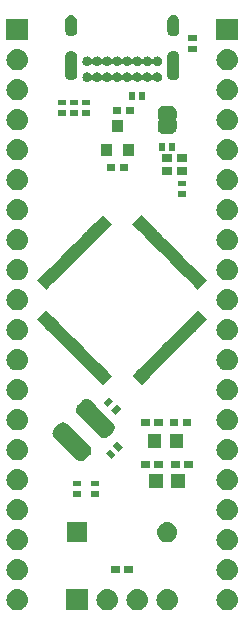
<source format=gbr>
G04 #@! TF.GenerationSoftware,KiCad,Pcbnew,5.1.2*
G04 #@! TF.CreationDate,2019-08-04T19:59:17+02:00*
G04 #@! TF.ProjectId,neutron-c,6e657574-726f-46e2-9d63-2e6b69636164,rev?*
G04 #@! TF.SameCoordinates,Original*
G04 #@! TF.FileFunction,Soldermask,Top*
G04 #@! TF.FilePolarity,Negative*
%FSLAX46Y46*%
G04 Gerber Fmt 4.6, Leading zero omitted, Abs format (unit mm)*
G04 Created by KiCad (PCBNEW 5.1.2) date 2019-08-04 19:59:17*
%MOMM*%
%LPD*%
G04 APERTURE LIST*
%ADD10C,0.100000*%
G04 APERTURE END LIST*
D10*
G36*
X177910442Y-60065518D02*
G01*
X177976627Y-60072037D01*
X178146466Y-60123557D01*
X178302991Y-60207222D01*
X178338729Y-60236552D01*
X178440186Y-60319814D01*
X178523448Y-60421271D01*
X178552778Y-60457009D01*
X178636443Y-60613534D01*
X178687963Y-60783373D01*
X178705359Y-60960000D01*
X178687963Y-61136627D01*
X178636443Y-61306466D01*
X178552778Y-61462991D01*
X178523448Y-61498729D01*
X178440186Y-61600186D01*
X178338729Y-61683448D01*
X178302991Y-61712778D01*
X178146466Y-61796443D01*
X177976627Y-61847963D01*
X177910443Y-61854481D01*
X177844260Y-61861000D01*
X177755740Y-61861000D01*
X177689557Y-61854481D01*
X177623373Y-61847963D01*
X177453534Y-61796443D01*
X177297009Y-61712778D01*
X177261271Y-61683448D01*
X177159814Y-61600186D01*
X177076552Y-61498729D01*
X177047222Y-61462991D01*
X176963557Y-61306466D01*
X176912037Y-61136627D01*
X176894641Y-60960000D01*
X176912037Y-60783373D01*
X176963557Y-60613534D01*
X177047222Y-60457009D01*
X177076552Y-60421271D01*
X177159814Y-60319814D01*
X177261271Y-60236552D01*
X177297009Y-60207222D01*
X177453534Y-60123557D01*
X177623373Y-60072037D01*
X177689558Y-60065518D01*
X177755740Y-60059000D01*
X177844260Y-60059000D01*
X177910442Y-60065518D01*
X177910442Y-60065518D01*
G37*
G36*
X180450442Y-60065518D02*
G01*
X180516627Y-60072037D01*
X180686466Y-60123557D01*
X180842991Y-60207222D01*
X180878729Y-60236552D01*
X180980186Y-60319814D01*
X181063448Y-60421271D01*
X181092778Y-60457009D01*
X181176443Y-60613534D01*
X181227963Y-60783373D01*
X181245359Y-60960000D01*
X181227963Y-61136627D01*
X181176443Y-61306466D01*
X181092778Y-61462991D01*
X181063448Y-61498729D01*
X180980186Y-61600186D01*
X180878729Y-61683448D01*
X180842991Y-61712778D01*
X180686466Y-61796443D01*
X180516627Y-61847963D01*
X180450443Y-61854481D01*
X180384260Y-61861000D01*
X180295740Y-61861000D01*
X180229557Y-61854481D01*
X180163373Y-61847963D01*
X179993534Y-61796443D01*
X179837009Y-61712778D01*
X179801271Y-61683448D01*
X179699814Y-61600186D01*
X179616552Y-61498729D01*
X179587222Y-61462991D01*
X179503557Y-61306466D01*
X179452037Y-61136627D01*
X179434641Y-60960000D01*
X179452037Y-60783373D01*
X179503557Y-60613534D01*
X179587222Y-60457009D01*
X179616552Y-60421271D01*
X179699814Y-60319814D01*
X179801271Y-60236552D01*
X179837009Y-60207222D01*
X179993534Y-60123557D01*
X180163373Y-60072037D01*
X180229558Y-60065518D01*
X180295740Y-60059000D01*
X180384260Y-60059000D01*
X180450442Y-60065518D01*
X180450442Y-60065518D01*
G37*
G36*
X167750442Y-60065518D02*
G01*
X167816627Y-60072037D01*
X167986466Y-60123557D01*
X168142991Y-60207222D01*
X168178729Y-60236552D01*
X168280186Y-60319814D01*
X168363448Y-60421271D01*
X168392778Y-60457009D01*
X168476443Y-60613534D01*
X168527963Y-60783373D01*
X168545359Y-60960000D01*
X168527963Y-61136627D01*
X168476443Y-61306466D01*
X168392778Y-61462991D01*
X168363448Y-61498729D01*
X168280186Y-61600186D01*
X168178729Y-61683448D01*
X168142991Y-61712778D01*
X167986466Y-61796443D01*
X167816627Y-61847963D01*
X167750443Y-61854481D01*
X167684260Y-61861000D01*
X167595740Y-61861000D01*
X167529557Y-61854481D01*
X167463373Y-61847963D01*
X167293534Y-61796443D01*
X167137009Y-61712778D01*
X167101271Y-61683448D01*
X166999814Y-61600186D01*
X166916552Y-61498729D01*
X166887222Y-61462991D01*
X166803557Y-61306466D01*
X166752037Y-61136627D01*
X166734641Y-60960000D01*
X166752037Y-60783373D01*
X166803557Y-60613534D01*
X166887222Y-60457009D01*
X166916552Y-60421271D01*
X166999814Y-60319814D01*
X167101271Y-60236552D01*
X167137009Y-60207222D01*
X167293534Y-60123557D01*
X167463373Y-60072037D01*
X167529558Y-60065518D01*
X167595740Y-60059000D01*
X167684260Y-60059000D01*
X167750442Y-60065518D01*
X167750442Y-60065518D01*
G37*
G36*
X185530442Y-60065518D02*
G01*
X185596627Y-60072037D01*
X185766466Y-60123557D01*
X185922991Y-60207222D01*
X185958729Y-60236552D01*
X186060186Y-60319814D01*
X186143448Y-60421271D01*
X186172778Y-60457009D01*
X186256443Y-60613534D01*
X186307963Y-60783373D01*
X186325359Y-60960000D01*
X186307963Y-61136627D01*
X186256443Y-61306466D01*
X186172778Y-61462991D01*
X186143448Y-61498729D01*
X186060186Y-61600186D01*
X185958729Y-61683448D01*
X185922991Y-61712778D01*
X185766466Y-61796443D01*
X185596627Y-61847963D01*
X185530443Y-61854481D01*
X185464260Y-61861000D01*
X185375740Y-61861000D01*
X185309557Y-61854481D01*
X185243373Y-61847963D01*
X185073534Y-61796443D01*
X184917009Y-61712778D01*
X184881271Y-61683448D01*
X184779814Y-61600186D01*
X184696552Y-61498729D01*
X184667222Y-61462991D01*
X184583557Y-61306466D01*
X184532037Y-61136627D01*
X184514641Y-60960000D01*
X184532037Y-60783373D01*
X184583557Y-60613534D01*
X184667222Y-60457009D01*
X184696552Y-60421271D01*
X184779814Y-60319814D01*
X184881271Y-60236552D01*
X184917009Y-60207222D01*
X185073534Y-60123557D01*
X185243373Y-60072037D01*
X185309558Y-60065518D01*
X185375740Y-60059000D01*
X185464260Y-60059000D01*
X185530442Y-60065518D01*
X185530442Y-60065518D01*
G37*
G36*
X175370442Y-60065518D02*
G01*
X175436627Y-60072037D01*
X175606466Y-60123557D01*
X175762991Y-60207222D01*
X175798729Y-60236552D01*
X175900186Y-60319814D01*
X175983448Y-60421271D01*
X176012778Y-60457009D01*
X176096443Y-60613534D01*
X176147963Y-60783373D01*
X176165359Y-60960000D01*
X176147963Y-61136627D01*
X176096443Y-61306466D01*
X176012778Y-61462991D01*
X175983448Y-61498729D01*
X175900186Y-61600186D01*
X175798729Y-61683448D01*
X175762991Y-61712778D01*
X175606466Y-61796443D01*
X175436627Y-61847963D01*
X175370443Y-61854481D01*
X175304260Y-61861000D01*
X175215740Y-61861000D01*
X175149557Y-61854481D01*
X175083373Y-61847963D01*
X174913534Y-61796443D01*
X174757009Y-61712778D01*
X174721271Y-61683448D01*
X174619814Y-61600186D01*
X174536552Y-61498729D01*
X174507222Y-61462991D01*
X174423557Y-61306466D01*
X174372037Y-61136627D01*
X174354641Y-60960000D01*
X174372037Y-60783373D01*
X174423557Y-60613534D01*
X174507222Y-60457009D01*
X174536552Y-60421271D01*
X174619814Y-60319814D01*
X174721271Y-60236552D01*
X174757009Y-60207222D01*
X174913534Y-60123557D01*
X175083373Y-60072037D01*
X175149558Y-60065518D01*
X175215740Y-60059000D01*
X175304260Y-60059000D01*
X175370442Y-60065518D01*
X175370442Y-60065518D01*
G37*
G36*
X173621000Y-61861000D02*
G01*
X171819000Y-61861000D01*
X171819000Y-60059000D01*
X173621000Y-60059000D01*
X173621000Y-61861000D01*
X173621000Y-61861000D01*
G37*
G36*
X167750443Y-57525519D02*
G01*
X167816627Y-57532037D01*
X167986466Y-57583557D01*
X168142991Y-57667222D01*
X168178729Y-57696552D01*
X168280186Y-57779814D01*
X168363448Y-57881271D01*
X168392778Y-57917009D01*
X168476443Y-58073534D01*
X168527963Y-58243373D01*
X168545359Y-58420000D01*
X168527963Y-58596627D01*
X168476443Y-58766466D01*
X168392778Y-58922991D01*
X168363448Y-58958729D01*
X168280186Y-59060186D01*
X168178729Y-59143448D01*
X168142991Y-59172778D01*
X167986466Y-59256443D01*
X167816627Y-59307963D01*
X167750442Y-59314482D01*
X167684260Y-59321000D01*
X167595740Y-59321000D01*
X167529558Y-59314482D01*
X167463373Y-59307963D01*
X167293534Y-59256443D01*
X167137009Y-59172778D01*
X167101271Y-59143448D01*
X166999814Y-59060186D01*
X166916552Y-58958729D01*
X166887222Y-58922991D01*
X166803557Y-58766466D01*
X166752037Y-58596627D01*
X166734641Y-58420000D01*
X166752037Y-58243373D01*
X166803557Y-58073534D01*
X166887222Y-57917009D01*
X166916552Y-57881271D01*
X166999814Y-57779814D01*
X167101271Y-57696552D01*
X167137009Y-57667222D01*
X167293534Y-57583557D01*
X167463373Y-57532037D01*
X167529557Y-57525519D01*
X167595740Y-57519000D01*
X167684260Y-57519000D01*
X167750443Y-57525519D01*
X167750443Y-57525519D01*
G37*
G36*
X185530443Y-57525519D02*
G01*
X185596627Y-57532037D01*
X185766466Y-57583557D01*
X185922991Y-57667222D01*
X185958729Y-57696552D01*
X186060186Y-57779814D01*
X186143448Y-57881271D01*
X186172778Y-57917009D01*
X186256443Y-58073534D01*
X186307963Y-58243373D01*
X186325359Y-58420000D01*
X186307963Y-58596627D01*
X186256443Y-58766466D01*
X186172778Y-58922991D01*
X186143448Y-58958729D01*
X186060186Y-59060186D01*
X185958729Y-59143448D01*
X185922991Y-59172778D01*
X185766466Y-59256443D01*
X185596627Y-59307963D01*
X185530442Y-59314482D01*
X185464260Y-59321000D01*
X185375740Y-59321000D01*
X185309558Y-59314482D01*
X185243373Y-59307963D01*
X185073534Y-59256443D01*
X184917009Y-59172778D01*
X184881271Y-59143448D01*
X184779814Y-59060186D01*
X184696552Y-58958729D01*
X184667222Y-58922991D01*
X184583557Y-58766466D01*
X184532037Y-58596627D01*
X184514641Y-58420000D01*
X184532037Y-58243373D01*
X184583557Y-58073534D01*
X184667222Y-57917009D01*
X184696552Y-57881271D01*
X184779814Y-57779814D01*
X184881271Y-57696552D01*
X184917009Y-57667222D01*
X185073534Y-57583557D01*
X185243373Y-57532037D01*
X185309557Y-57525519D01*
X185375740Y-57519000D01*
X185464260Y-57519000D01*
X185530443Y-57525519D01*
X185530443Y-57525519D01*
G37*
G36*
X176331000Y-58721000D02*
G01*
X175629000Y-58721000D01*
X175629000Y-58119000D01*
X176331000Y-58119000D01*
X176331000Y-58721000D01*
X176331000Y-58721000D01*
G37*
G36*
X177431000Y-58721000D02*
G01*
X176729000Y-58721000D01*
X176729000Y-58119000D01*
X177431000Y-58119000D01*
X177431000Y-58721000D01*
X177431000Y-58721000D01*
G37*
G36*
X185530443Y-54985519D02*
G01*
X185596627Y-54992037D01*
X185766466Y-55043557D01*
X185922991Y-55127222D01*
X185958729Y-55156552D01*
X186060186Y-55239814D01*
X186143448Y-55341271D01*
X186172778Y-55377009D01*
X186256443Y-55533534D01*
X186307963Y-55703373D01*
X186325359Y-55880000D01*
X186307963Y-56056627D01*
X186256443Y-56226466D01*
X186172778Y-56382991D01*
X186143448Y-56418729D01*
X186060186Y-56520186D01*
X185958729Y-56603448D01*
X185922991Y-56632778D01*
X185766466Y-56716443D01*
X185596627Y-56767963D01*
X185530443Y-56774481D01*
X185464260Y-56781000D01*
X185375740Y-56781000D01*
X185309557Y-56774481D01*
X185243373Y-56767963D01*
X185073534Y-56716443D01*
X184917009Y-56632778D01*
X184881271Y-56603448D01*
X184779814Y-56520186D01*
X184696552Y-56418729D01*
X184667222Y-56382991D01*
X184583557Y-56226466D01*
X184532037Y-56056627D01*
X184514641Y-55880000D01*
X184532037Y-55703373D01*
X184583557Y-55533534D01*
X184667222Y-55377009D01*
X184696552Y-55341271D01*
X184779814Y-55239814D01*
X184881271Y-55156552D01*
X184917009Y-55127222D01*
X185073534Y-55043557D01*
X185243373Y-54992037D01*
X185309557Y-54985519D01*
X185375740Y-54979000D01*
X185464260Y-54979000D01*
X185530443Y-54985519D01*
X185530443Y-54985519D01*
G37*
G36*
X167750443Y-54985519D02*
G01*
X167816627Y-54992037D01*
X167986466Y-55043557D01*
X168142991Y-55127222D01*
X168178729Y-55156552D01*
X168280186Y-55239814D01*
X168363448Y-55341271D01*
X168392778Y-55377009D01*
X168476443Y-55533534D01*
X168527963Y-55703373D01*
X168545359Y-55880000D01*
X168527963Y-56056627D01*
X168476443Y-56226466D01*
X168392778Y-56382991D01*
X168363448Y-56418729D01*
X168280186Y-56520186D01*
X168178729Y-56603448D01*
X168142991Y-56632778D01*
X167986466Y-56716443D01*
X167816627Y-56767963D01*
X167750443Y-56774481D01*
X167684260Y-56781000D01*
X167595740Y-56781000D01*
X167529557Y-56774481D01*
X167463373Y-56767963D01*
X167293534Y-56716443D01*
X167137009Y-56632778D01*
X167101271Y-56603448D01*
X166999814Y-56520186D01*
X166916552Y-56418729D01*
X166887222Y-56382991D01*
X166803557Y-56226466D01*
X166752037Y-56056627D01*
X166734641Y-55880000D01*
X166752037Y-55703373D01*
X166803557Y-55533534D01*
X166887222Y-55377009D01*
X166916552Y-55341271D01*
X166999814Y-55239814D01*
X167101271Y-55156552D01*
X167137009Y-55127222D01*
X167293534Y-55043557D01*
X167463373Y-54992037D01*
X167529557Y-54985519D01*
X167595740Y-54979000D01*
X167684260Y-54979000D01*
X167750443Y-54985519D01*
X167750443Y-54985519D01*
G37*
G36*
X173571000Y-56096000D02*
G01*
X171869000Y-56096000D01*
X171869000Y-54394000D01*
X173571000Y-54394000D01*
X173571000Y-56096000D01*
X173571000Y-56096000D01*
G37*
G36*
X180506823Y-54406313D02*
G01*
X180667242Y-54454976D01*
X180799906Y-54525886D01*
X180815078Y-54533996D01*
X180944659Y-54640341D01*
X181051004Y-54769922D01*
X181051005Y-54769924D01*
X181130024Y-54917758D01*
X181178687Y-55078177D01*
X181195117Y-55245000D01*
X181178687Y-55411823D01*
X181130024Y-55572242D01*
X181059933Y-55703373D01*
X181051004Y-55720078D01*
X180944659Y-55849659D01*
X180815078Y-55956004D01*
X180815076Y-55956005D01*
X180667242Y-56035024D01*
X180506823Y-56083687D01*
X180381804Y-56096000D01*
X180298196Y-56096000D01*
X180173177Y-56083687D01*
X180012758Y-56035024D01*
X179864924Y-55956005D01*
X179864922Y-55956004D01*
X179735341Y-55849659D01*
X179628996Y-55720078D01*
X179620067Y-55703373D01*
X179549976Y-55572242D01*
X179501313Y-55411823D01*
X179484883Y-55245000D01*
X179501313Y-55078177D01*
X179549976Y-54917758D01*
X179628995Y-54769924D01*
X179628996Y-54769922D01*
X179735341Y-54640341D01*
X179864922Y-54533996D01*
X179880094Y-54525886D01*
X180012758Y-54454976D01*
X180173177Y-54406313D01*
X180298196Y-54394000D01*
X180381804Y-54394000D01*
X180506823Y-54406313D01*
X180506823Y-54406313D01*
G37*
G36*
X185530443Y-52445519D02*
G01*
X185596627Y-52452037D01*
X185766466Y-52503557D01*
X185922991Y-52587222D01*
X185958729Y-52616552D01*
X186060186Y-52699814D01*
X186143448Y-52801271D01*
X186172778Y-52837009D01*
X186256443Y-52993534D01*
X186307963Y-53163373D01*
X186325359Y-53340000D01*
X186307963Y-53516627D01*
X186256443Y-53686466D01*
X186172778Y-53842991D01*
X186143448Y-53878729D01*
X186060186Y-53980186D01*
X185958729Y-54063448D01*
X185922991Y-54092778D01*
X185766466Y-54176443D01*
X185596627Y-54227963D01*
X185530442Y-54234482D01*
X185464260Y-54241000D01*
X185375740Y-54241000D01*
X185309558Y-54234482D01*
X185243373Y-54227963D01*
X185073534Y-54176443D01*
X184917009Y-54092778D01*
X184881271Y-54063448D01*
X184779814Y-53980186D01*
X184696552Y-53878729D01*
X184667222Y-53842991D01*
X184583557Y-53686466D01*
X184532037Y-53516627D01*
X184514641Y-53340000D01*
X184532037Y-53163373D01*
X184583557Y-52993534D01*
X184667222Y-52837009D01*
X184696552Y-52801271D01*
X184779814Y-52699814D01*
X184881271Y-52616552D01*
X184917009Y-52587222D01*
X185073534Y-52503557D01*
X185243373Y-52452037D01*
X185309558Y-52445518D01*
X185375740Y-52439000D01*
X185464260Y-52439000D01*
X185530443Y-52445519D01*
X185530443Y-52445519D01*
G37*
G36*
X167750443Y-52445519D02*
G01*
X167816627Y-52452037D01*
X167986466Y-52503557D01*
X168142991Y-52587222D01*
X168178729Y-52616552D01*
X168280186Y-52699814D01*
X168363448Y-52801271D01*
X168392778Y-52837009D01*
X168476443Y-52993534D01*
X168527963Y-53163373D01*
X168545359Y-53340000D01*
X168527963Y-53516627D01*
X168476443Y-53686466D01*
X168392778Y-53842991D01*
X168363448Y-53878729D01*
X168280186Y-53980186D01*
X168178729Y-54063448D01*
X168142991Y-54092778D01*
X167986466Y-54176443D01*
X167816627Y-54227963D01*
X167750442Y-54234482D01*
X167684260Y-54241000D01*
X167595740Y-54241000D01*
X167529558Y-54234482D01*
X167463373Y-54227963D01*
X167293534Y-54176443D01*
X167137009Y-54092778D01*
X167101271Y-54063448D01*
X166999814Y-53980186D01*
X166916552Y-53878729D01*
X166887222Y-53842991D01*
X166803557Y-53686466D01*
X166752037Y-53516627D01*
X166734641Y-53340000D01*
X166752037Y-53163373D01*
X166803557Y-52993534D01*
X166887222Y-52837009D01*
X166916552Y-52801271D01*
X166999814Y-52699814D01*
X167101271Y-52616552D01*
X167137009Y-52587222D01*
X167293534Y-52503557D01*
X167463373Y-52452037D01*
X167529558Y-52445518D01*
X167595740Y-52439000D01*
X167684260Y-52439000D01*
X167750443Y-52445519D01*
X167750443Y-52445519D01*
G37*
G36*
X174595000Y-52263000D02*
G01*
X173893000Y-52263000D01*
X173893000Y-51761000D01*
X174595000Y-51761000D01*
X174595000Y-52263000D01*
X174595000Y-52263000D01*
G37*
G36*
X173071000Y-52263000D02*
G01*
X172369000Y-52263000D01*
X172369000Y-51761000D01*
X173071000Y-51761000D01*
X173071000Y-52263000D01*
X173071000Y-52263000D01*
G37*
G36*
X167750442Y-49905518D02*
G01*
X167816627Y-49912037D01*
X167986466Y-49963557D01*
X168142991Y-50047222D01*
X168178729Y-50076552D01*
X168280186Y-50159814D01*
X168363448Y-50261271D01*
X168392778Y-50297009D01*
X168476443Y-50453534D01*
X168527963Y-50623373D01*
X168545359Y-50800000D01*
X168527963Y-50976627D01*
X168476443Y-51146466D01*
X168392778Y-51302991D01*
X168363448Y-51338729D01*
X168280186Y-51440186D01*
X168178729Y-51523448D01*
X168142991Y-51552778D01*
X167986466Y-51636443D01*
X167816627Y-51687963D01*
X167750442Y-51694482D01*
X167684260Y-51701000D01*
X167595740Y-51701000D01*
X167529558Y-51694482D01*
X167463373Y-51687963D01*
X167293534Y-51636443D01*
X167137009Y-51552778D01*
X167101271Y-51523448D01*
X166999814Y-51440186D01*
X166916552Y-51338729D01*
X166887222Y-51302991D01*
X166803557Y-51146466D01*
X166752037Y-50976627D01*
X166734641Y-50800000D01*
X166752037Y-50623373D01*
X166803557Y-50453534D01*
X166887222Y-50297009D01*
X166916552Y-50261271D01*
X166999814Y-50159814D01*
X167101271Y-50076552D01*
X167137009Y-50047222D01*
X167293534Y-49963557D01*
X167463373Y-49912037D01*
X167529557Y-49905519D01*
X167595740Y-49899000D01*
X167684260Y-49899000D01*
X167750442Y-49905518D01*
X167750442Y-49905518D01*
G37*
G36*
X185530442Y-49905518D02*
G01*
X185596627Y-49912037D01*
X185766466Y-49963557D01*
X185922991Y-50047222D01*
X185958729Y-50076552D01*
X186060186Y-50159814D01*
X186143448Y-50261271D01*
X186172778Y-50297009D01*
X186256443Y-50453534D01*
X186307963Y-50623373D01*
X186325359Y-50800000D01*
X186307963Y-50976627D01*
X186256443Y-51146466D01*
X186172778Y-51302991D01*
X186143448Y-51338729D01*
X186060186Y-51440186D01*
X185958729Y-51523448D01*
X185922991Y-51552778D01*
X185766466Y-51636443D01*
X185596627Y-51687963D01*
X185530442Y-51694482D01*
X185464260Y-51701000D01*
X185375740Y-51701000D01*
X185309558Y-51694482D01*
X185243373Y-51687963D01*
X185073534Y-51636443D01*
X184917009Y-51552778D01*
X184881271Y-51523448D01*
X184779814Y-51440186D01*
X184696552Y-51338729D01*
X184667222Y-51302991D01*
X184583557Y-51146466D01*
X184532037Y-50976627D01*
X184514641Y-50800000D01*
X184532037Y-50623373D01*
X184583557Y-50453534D01*
X184667222Y-50297009D01*
X184696552Y-50261271D01*
X184779814Y-50159814D01*
X184881271Y-50076552D01*
X184917009Y-50047222D01*
X185073534Y-49963557D01*
X185243373Y-49912037D01*
X185309557Y-49905519D01*
X185375740Y-49899000D01*
X185464260Y-49899000D01*
X185530442Y-49905518D01*
X185530442Y-49905518D01*
G37*
G36*
X181841000Y-51528000D02*
G01*
X180689000Y-51528000D01*
X180689000Y-50326000D01*
X181841000Y-50326000D01*
X181841000Y-51528000D01*
X181841000Y-51528000D01*
G37*
G36*
X179991000Y-51528000D02*
G01*
X178839000Y-51528000D01*
X178839000Y-50326000D01*
X179991000Y-50326000D01*
X179991000Y-51528000D01*
X179991000Y-51528000D01*
G37*
G36*
X174595000Y-51363000D02*
G01*
X173893000Y-51363000D01*
X173893000Y-50861000D01*
X174595000Y-50861000D01*
X174595000Y-51363000D01*
X174595000Y-51363000D01*
G37*
G36*
X173071000Y-51363000D02*
G01*
X172369000Y-51363000D01*
X172369000Y-50861000D01*
X173071000Y-50861000D01*
X173071000Y-51363000D01*
X173071000Y-51363000D01*
G37*
G36*
X182511000Y-49831000D02*
G01*
X181809000Y-49831000D01*
X181809000Y-49229000D01*
X182511000Y-49229000D01*
X182511000Y-49831000D01*
X182511000Y-49831000D01*
G37*
G36*
X178871000Y-49831000D02*
G01*
X178169000Y-49831000D01*
X178169000Y-49229000D01*
X178871000Y-49229000D01*
X178871000Y-49831000D01*
X178871000Y-49831000D01*
G37*
G36*
X181411000Y-49831000D02*
G01*
X180709000Y-49831000D01*
X180709000Y-49229000D01*
X181411000Y-49229000D01*
X181411000Y-49831000D01*
X181411000Y-49831000D01*
G37*
G36*
X179971000Y-49831000D02*
G01*
X179269000Y-49831000D01*
X179269000Y-49229000D01*
X179971000Y-49229000D01*
X179971000Y-49831000D01*
X179971000Y-49831000D01*
G37*
G36*
X171603793Y-45934416D02*
G01*
X171687879Y-45951142D01*
X171693786Y-45952934D01*
X171693787Y-45952934D01*
X171703401Y-45955850D01*
X171703404Y-45955851D01*
X171709301Y-45957640D01*
X171788520Y-45990455D01*
X171793952Y-45993358D01*
X171793956Y-45993360D01*
X171798078Y-45995564D01*
X171808253Y-46001002D01*
X171879545Y-46048638D01*
X171884313Y-46052551D01*
X171892080Y-46058924D01*
X171892084Y-46058928D01*
X171896851Y-46062840D01*
X171909870Y-46075860D01*
X171918966Y-46084104D01*
X171933203Y-46095787D01*
X172313431Y-46476015D01*
X172323718Y-46488550D01*
X172330879Y-46501947D01*
X172336337Y-46515125D01*
X172349950Y-46535500D01*
X172367276Y-46552828D01*
X172387650Y-46566442D01*
X172410289Y-46575820D01*
X172412464Y-46576253D01*
X173283114Y-47446903D01*
X173287101Y-47460047D01*
X173298652Y-47481658D01*
X173314197Y-47500600D01*
X173333139Y-47516145D01*
X173354750Y-47527696D01*
X173359863Y-47529525D01*
X173370240Y-47535072D01*
X173382775Y-47545359D01*
X173763003Y-47925587D01*
X173774686Y-47939824D01*
X173782930Y-47948920D01*
X173795950Y-47961939D01*
X173799862Y-47966706D01*
X173799866Y-47966710D01*
X173804931Y-47972883D01*
X173810152Y-47979245D01*
X173857788Y-48050537D01*
X173868335Y-48070270D01*
X173901150Y-48149489D01*
X173907648Y-48170911D01*
X173924374Y-48254997D01*
X173926568Y-48277276D01*
X173926568Y-48363012D01*
X173924374Y-48385291D01*
X173907648Y-48469378D01*
X173901150Y-48490802D01*
X173868338Y-48570014D01*
X173857786Y-48589756D01*
X173810152Y-48661044D01*
X173795955Y-48678344D01*
X173782925Y-48691374D01*
X173774685Y-48700466D01*
X173763000Y-48714705D01*
X173418131Y-49059574D01*
X173403892Y-49071259D01*
X173394800Y-49079499D01*
X173381770Y-49092529D01*
X173364470Y-49106726D01*
X173293182Y-49154360D01*
X173273440Y-49164912D01*
X173194228Y-49197724D01*
X173172804Y-49204222D01*
X173088717Y-49220948D01*
X173066438Y-49223142D01*
X172980702Y-49223142D01*
X172958423Y-49220948D01*
X172874337Y-49204222D01*
X172868429Y-49202430D01*
X172858815Y-49199514D01*
X172858812Y-49199513D01*
X172852915Y-49197724D01*
X172773696Y-49164909D01*
X172768264Y-49162006D01*
X172768260Y-49162004D01*
X172764138Y-49159800D01*
X172753963Y-49154362D01*
X172682671Y-49106726D01*
X172676309Y-49101505D01*
X172670136Y-49096440D01*
X172670132Y-49096436D01*
X172665365Y-49092524D01*
X172652346Y-49079504D01*
X172643250Y-49071260D01*
X172629013Y-49059577D01*
X172248785Y-48679349D01*
X172238498Y-48666814D01*
X172231337Y-48653417D01*
X172225879Y-48640239D01*
X172212266Y-48619864D01*
X172194940Y-48602536D01*
X172174566Y-48588922D01*
X172151927Y-48579544D01*
X172149752Y-48579111D01*
X171279102Y-47708461D01*
X171275115Y-47695317D01*
X171263564Y-47673706D01*
X171248019Y-47654764D01*
X171229077Y-47639219D01*
X171207466Y-47627668D01*
X171202353Y-47625839D01*
X171191976Y-47620292D01*
X171179441Y-47610005D01*
X170799213Y-47229777D01*
X170787530Y-47215540D01*
X170779286Y-47206444D01*
X170766266Y-47193425D01*
X170762354Y-47188658D01*
X170762350Y-47188654D01*
X170755977Y-47180887D01*
X170752064Y-47176119D01*
X170704428Y-47104827D01*
X170693881Y-47085094D01*
X170661066Y-47005875D01*
X170654568Y-46984453D01*
X170637842Y-46900367D01*
X170635648Y-46878088D01*
X170635648Y-46792352D01*
X170637842Y-46770073D01*
X170654568Y-46685986D01*
X170661066Y-46664562D01*
X170693878Y-46585350D01*
X170704430Y-46565608D01*
X170752064Y-46494320D01*
X170766261Y-46477020D01*
X170779291Y-46463990D01*
X170787531Y-46454898D01*
X170799216Y-46440659D01*
X171144085Y-46095790D01*
X171158324Y-46084105D01*
X171167416Y-46075865D01*
X171180446Y-46062835D01*
X171197746Y-46048638D01*
X171269034Y-46001004D01*
X171288776Y-45990452D01*
X171367988Y-45957640D01*
X171389412Y-45951142D01*
X171473499Y-45934416D01*
X171495778Y-45932222D01*
X171581514Y-45932222D01*
X171603793Y-45934416D01*
X171603793Y-45934416D01*
G37*
G36*
X167750443Y-47365519D02*
G01*
X167816627Y-47372037D01*
X167986466Y-47423557D01*
X168142991Y-47507222D01*
X168166402Y-47526435D01*
X168280186Y-47619814D01*
X168363448Y-47721271D01*
X168392778Y-47757009D01*
X168476443Y-47913534D01*
X168527963Y-48083373D01*
X168545359Y-48260000D01*
X168527963Y-48436627D01*
X168476443Y-48606466D01*
X168392778Y-48762991D01*
X168363448Y-48798729D01*
X168280186Y-48900186D01*
X168178729Y-48983448D01*
X168142991Y-49012778D01*
X167986466Y-49096443D01*
X167816627Y-49147963D01*
X167751676Y-49154360D01*
X167684260Y-49161000D01*
X167595740Y-49161000D01*
X167528324Y-49154360D01*
X167463373Y-49147963D01*
X167293534Y-49096443D01*
X167137009Y-49012778D01*
X167101271Y-48983448D01*
X166999814Y-48900186D01*
X166916552Y-48798729D01*
X166887222Y-48762991D01*
X166803557Y-48606466D01*
X166752037Y-48436627D01*
X166734641Y-48260000D01*
X166752037Y-48083373D01*
X166803557Y-47913534D01*
X166887222Y-47757009D01*
X166916552Y-47721271D01*
X166999814Y-47619814D01*
X167113598Y-47526435D01*
X167137009Y-47507222D01*
X167293534Y-47423557D01*
X167463373Y-47372037D01*
X167529557Y-47365519D01*
X167595740Y-47359000D01*
X167684260Y-47359000D01*
X167750443Y-47365519D01*
X167750443Y-47365519D01*
G37*
G36*
X185530443Y-47365519D02*
G01*
X185596627Y-47372037D01*
X185766466Y-47423557D01*
X185922991Y-47507222D01*
X185946402Y-47526435D01*
X186060186Y-47619814D01*
X186143448Y-47721271D01*
X186172778Y-47757009D01*
X186256443Y-47913534D01*
X186307963Y-48083373D01*
X186325359Y-48260000D01*
X186307963Y-48436627D01*
X186256443Y-48606466D01*
X186172778Y-48762991D01*
X186143448Y-48798729D01*
X186060186Y-48900186D01*
X185958729Y-48983448D01*
X185922991Y-49012778D01*
X185766466Y-49096443D01*
X185596627Y-49147963D01*
X185531676Y-49154360D01*
X185464260Y-49161000D01*
X185375740Y-49161000D01*
X185308324Y-49154360D01*
X185243373Y-49147963D01*
X185073534Y-49096443D01*
X184917009Y-49012778D01*
X184881271Y-48983448D01*
X184779814Y-48900186D01*
X184696552Y-48798729D01*
X184667222Y-48762991D01*
X184583557Y-48606466D01*
X184532037Y-48436627D01*
X184514641Y-48260000D01*
X184532037Y-48083373D01*
X184583557Y-47913534D01*
X184667222Y-47757009D01*
X184696552Y-47721271D01*
X184779814Y-47619814D01*
X184893598Y-47526435D01*
X184917009Y-47507222D01*
X185073534Y-47423557D01*
X185243373Y-47372037D01*
X185309557Y-47365519D01*
X185375740Y-47359000D01*
X185464260Y-47359000D01*
X185530443Y-47365519D01*
X185530443Y-47365519D01*
G37*
G36*
X175980690Y-48685011D02*
G01*
X175625723Y-49039978D01*
X175129334Y-48543589D01*
X175484301Y-48188622D01*
X175980690Y-48685011D01*
X175980690Y-48685011D01*
G37*
G36*
X176617086Y-48048615D02*
G01*
X176262119Y-48403582D01*
X175765730Y-47907193D01*
X176120697Y-47552226D01*
X176617086Y-48048615D01*
X176617086Y-48048615D01*
G37*
G36*
X179864000Y-48099000D02*
G01*
X178712000Y-48099000D01*
X178712000Y-46897000D01*
X179864000Y-46897000D01*
X179864000Y-48099000D01*
X179864000Y-48099000D01*
G37*
G36*
X181714000Y-48099000D02*
G01*
X180562000Y-48099000D01*
X180562000Y-46897000D01*
X181714000Y-46897000D01*
X181714000Y-48099000D01*
X181714000Y-48099000D01*
G37*
G36*
X173579449Y-43958760D02*
G01*
X173663535Y-43975486D01*
X173669442Y-43977278D01*
X173669443Y-43977278D01*
X173679057Y-43980194D01*
X173679060Y-43980195D01*
X173684957Y-43981984D01*
X173764176Y-44014799D01*
X173769608Y-44017702D01*
X173769612Y-44017704D01*
X173773734Y-44019908D01*
X173783909Y-44025346D01*
X173855201Y-44072982D01*
X173859969Y-44076895D01*
X173867736Y-44083268D01*
X173867740Y-44083272D01*
X173872507Y-44087184D01*
X173885526Y-44100204D01*
X173894622Y-44108448D01*
X173908859Y-44120131D01*
X174289087Y-44500359D01*
X174299374Y-44512894D01*
X174306535Y-44526291D01*
X174311993Y-44539469D01*
X174325606Y-44559844D01*
X174342932Y-44577172D01*
X174363306Y-44590786D01*
X174385945Y-44600164D01*
X174388120Y-44600597D01*
X175258770Y-45471247D01*
X175262757Y-45484391D01*
X175274308Y-45506002D01*
X175289853Y-45524944D01*
X175308795Y-45540489D01*
X175330406Y-45552040D01*
X175335519Y-45553869D01*
X175345896Y-45559416D01*
X175358431Y-45569703D01*
X175738659Y-45949931D01*
X175750342Y-45964168D01*
X175758586Y-45973264D01*
X175771606Y-45986283D01*
X175775518Y-45991050D01*
X175775522Y-45991054D01*
X175777414Y-45993360D01*
X175785808Y-46003589D01*
X175833444Y-46074881D01*
X175843991Y-46094614D01*
X175876806Y-46173833D01*
X175883304Y-46195255D01*
X175900030Y-46279341D01*
X175902224Y-46301620D01*
X175902224Y-46387356D01*
X175900030Y-46409635D01*
X175883304Y-46493722D01*
X175876806Y-46515146D01*
X175843994Y-46594358D01*
X175833442Y-46614100D01*
X175785808Y-46685388D01*
X175771611Y-46702688D01*
X175758581Y-46715718D01*
X175750341Y-46724810D01*
X175738656Y-46739049D01*
X175393787Y-47083918D01*
X175379548Y-47095603D01*
X175370456Y-47103843D01*
X175357426Y-47116873D01*
X175340126Y-47131070D01*
X175268838Y-47178704D01*
X175249096Y-47189256D01*
X175169884Y-47222068D01*
X175148460Y-47228566D01*
X175064373Y-47245292D01*
X175042094Y-47247486D01*
X174956358Y-47247486D01*
X174934079Y-47245292D01*
X174849993Y-47228566D01*
X174844085Y-47226774D01*
X174834471Y-47223858D01*
X174834468Y-47223857D01*
X174828571Y-47222068D01*
X174749352Y-47189253D01*
X174743920Y-47186350D01*
X174743916Y-47186348D01*
X174739794Y-47184144D01*
X174729619Y-47178706D01*
X174658327Y-47131070D01*
X174651965Y-47125849D01*
X174645792Y-47120784D01*
X174645788Y-47120780D01*
X174641021Y-47116868D01*
X174628002Y-47103848D01*
X174618906Y-47095604D01*
X174604669Y-47083921D01*
X174224441Y-46703693D01*
X174214154Y-46691158D01*
X174206993Y-46677761D01*
X174201535Y-46664583D01*
X174187922Y-46644208D01*
X174170596Y-46626880D01*
X174150222Y-46613266D01*
X174127583Y-46603888D01*
X174125408Y-46603455D01*
X173254758Y-45732805D01*
X173250771Y-45719661D01*
X173239220Y-45698050D01*
X173223675Y-45679108D01*
X173204733Y-45663563D01*
X173183122Y-45652012D01*
X173178009Y-45650183D01*
X173167632Y-45644636D01*
X173155097Y-45634349D01*
X172774869Y-45254121D01*
X172763186Y-45239884D01*
X172754942Y-45230788D01*
X172741922Y-45217769D01*
X172738010Y-45213002D01*
X172738006Y-45212998D01*
X172731633Y-45205231D01*
X172727720Y-45200463D01*
X172680084Y-45129171D01*
X172669537Y-45109438D01*
X172636722Y-45030219D01*
X172630224Y-45008797D01*
X172613498Y-44924711D01*
X172611304Y-44902432D01*
X172611304Y-44816696D01*
X172613498Y-44794417D01*
X172630224Y-44710330D01*
X172636722Y-44688906D01*
X172669534Y-44609694D01*
X172680086Y-44589952D01*
X172727720Y-44518664D01*
X172741917Y-44501364D01*
X172754947Y-44488334D01*
X172763187Y-44479242D01*
X172774872Y-44465003D01*
X173119741Y-44120134D01*
X173133980Y-44108449D01*
X173143072Y-44100209D01*
X173156102Y-44087179D01*
X173173402Y-44072982D01*
X173244690Y-44025348D01*
X173264432Y-44014796D01*
X173343644Y-43981984D01*
X173365068Y-43975486D01*
X173449155Y-43958760D01*
X173471434Y-43956566D01*
X173557170Y-43956566D01*
X173579449Y-43958760D01*
X173579449Y-43958760D01*
G37*
G36*
X167750442Y-44825518D02*
G01*
X167816627Y-44832037D01*
X167986466Y-44883557D01*
X168142991Y-44967222D01*
X168178729Y-44996552D01*
X168280186Y-45079814D01*
X168363448Y-45181271D01*
X168392778Y-45217009D01*
X168476443Y-45373534D01*
X168527963Y-45543373D01*
X168545359Y-45720000D01*
X168527963Y-45896627D01*
X168477544Y-46062835D01*
X168476442Y-46066468D01*
X168460769Y-46095790D01*
X168392778Y-46222991D01*
X168363448Y-46258729D01*
X168280186Y-46360186D01*
X168182128Y-46440659D01*
X168142991Y-46472778D01*
X167986466Y-46556443D01*
X167816627Y-46607963D01*
X167762784Y-46613266D01*
X167684260Y-46621000D01*
X167595740Y-46621000D01*
X167517216Y-46613266D01*
X167463373Y-46607963D01*
X167293534Y-46556443D01*
X167137009Y-46472778D01*
X167097872Y-46440659D01*
X166999814Y-46360186D01*
X166916552Y-46258729D01*
X166887222Y-46222991D01*
X166819231Y-46095790D01*
X166803558Y-46066468D01*
X166802456Y-46062835D01*
X166752037Y-45896627D01*
X166734641Y-45720000D01*
X166752037Y-45543373D01*
X166803557Y-45373534D01*
X166887222Y-45217009D01*
X166916552Y-45181271D01*
X166999814Y-45079814D01*
X167101271Y-44996552D01*
X167137009Y-44967222D01*
X167293534Y-44883557D01*
X167463373Y-44832037D01*
X167529558Y-44825518D01*
X167595740Y-44819000D01*
X167684260Y-44819000D01*
X167750442Y-44825518D01*
X167750442Y-44825518D01*
G37*
G36*
X185530442Y-44825518D02*
G01*
X185596627Y-44832037D01*
X185766466Y-44883557D01*
X185922991Y-44967222D01*
X185958729Y-44996552D01*
X186060186Y-45079814D01*
X186143448Y-45181271D01*
X186172778Y-45217009D01*
X186256443Y-45373534D01*
X186307963Y-45543373D01*
X186325359Y-45720000D01*
X186307963Y-45896627D01*
X186257544Y-46062835D01*
X186256442Y-46066468D01*
X186240769Y-46095790D01*
X186172778Y-46222991D01*
X186143448Y-46258729D01*
X186060186Y-46360186D01*
X185962128Y-46440659D01*
X185922991Y-46472778D01*
X185766466Y-46556443D01*
X185596627Y-46607963D01*
X185542784Y-46613266D01*
X185464260Y-46621000D01*
X185375740Y-46621000D01*
X185297216Y-46613266D01*
X185243373Y-46607963D01*
X185073534Y-46556443D01*
X184917009Y-46472778D01*
X184877872Y-46440659D01*
X184779814Y-46360186D01*
X184696552Y-46258729D01*
X184667222Y-46222991D01*
X184599231Y-46095790D01*
X184583558Y-46066468D01*
X184582456Y-46062835D01*
X184532037Y-45896627D01*
X184514641Y-45720000D01*
X184532037Y-45543373D01*
X184583557Y-45373534D01*
X184667222Y-45217009D01*
X184696552Y-45181271D01*
X184779814Y-45079814D01*
X184881271Y-44996552D01*
X184917009Y-44967222D01*
X185073534Y-44883557D01*
X185243373Y-44832037D01*
X185309558Y-44825518D01*
X185375740Y-44819000D01*
X185464260Y-44819000D01*
X185530442Y-44825518D01*
X185530442Y-44825518D01*
G37*
G36*
X179971000Y-46275000D02*
G01*
X179269000Y-46275000D01*
X179269000Y-45673000D01*
X179971000Y-45673000D01*
X179971000Y-46275000D01*
X179971000Y-46275000D01*
G37*
G36*
X181284000Y-46275000D02*
G01*
X180582000Y-46275000D01*
X180582000Y-45673000D01*
X181284000Y-45673000D01*
X181284000Y-46275000D01*
X181284000Y-46275000D01*
G37*
G36*
X178871000Y-46275000D02*
G01*
X178169000Y-46275000D01*
X178169000Y-45673000D01*
X178871000Y-45673000D01*
X178871000Y-46275000D01*
X178871000Y-46275000D01*
G37*
G36*
X182384000Y-46275000D02*
G01*
X181682000Y-46275000D01*
X181682000Y-45673000D01*
X182384000Y-45673000D01*
X182384000Y-46275000D01*
X182384000Y-46275000D01*
G37*
G36*
X176437481Y-44771882D02*
G01*
X175941092Y-45268271D01*
X175586125Y-44913304D01*
X176082514Y-44416915D01*
X176437481Y-44771882D01*
X176437481Y-44771882D01*
G37*
G36*
X175801085Y-44135486D02*
G01*
X175304696Y-44631875D01*
X174949729Y-44276908D01*
X175446118Y-43780519D01*
X175801085Y-44135486D01*
X175801085Y-44135486D01*
G37*
G36*
X185530442Y-42285518D02*
G01*
X185596627Y-42292037D01*
X185766466Y-42343557D01*
X185922991Y-42427222D01*
X185958729Y-42456552D01*
X186060186Y-42539814D01*
X186143448Y-42641271D01*
X186172778Y-42677009D01*
X186256443Y-42833534D01*
X186307963Y-43003373D01*
X186325359Y-43180000D01*
X186307963Y-43356627D01*
X186256443Y-43526466D01*
X186172778Y-43682991D01*
X186143448Y-43718729D01*
X186060186Y-43820186D01*
X185958729Y-43903448D01*
X185922991Y-43932778D01*
X185766466Y-44016443D01*
X185596627Y-44067963D01*
X185545667Y-44072982D01*
X185464260Y-44081000D01*
X185375740Y-44081000D01*
X185294333Y-44072982D01*
X185243373Y-44067963D01*
X185073534Y-44016443D01*
X184917009Y-43932778D01*
X184881271Y-43903448D01*
X184779814Y-43820186D01*
X184696552Y-43718729D01*
X184667222Y-43682991D01*
X184583557Y-43526466D01*
X184532037Y-43356627D01*
X184514641Y-43180000D01*
X184532037Y-43003373D01*
X184583557Y-42833534D01*
X184667222Y-42677009D01*
X184696552Y-42641271D01*
X184779814Y-42539814D01*
X184881271Y-42456552D01*
X184917009Y-42427222D01*
X185073534Y-42343557D01*
X185243373Y-42292037D01*
X185309557Y-42285519D01*
X185375740Y-42279000D01*
X185464260Y-42279000D01*
X185530442Y-42285518D01*
X185530442Y-42285518D01*
G37*
G36*
X167750442Y-42285518D02*
G01*
X167816627Y-42292037D01*
X167986466Y-42343557D01*
X168142991Y-42427222D01*
X168178729Y-42456552D01*
X168280186Y-42539814D01*
X168363448Y-42641271D01*
X168392778Y-42677009D01*
X168476443Y-42833534D01*
X168527963Y-43003373D01*
X168545359Y-43180000D01*
X168527963Y-43356627D01*
X168476443Y-43526466D01*
X168392778Y-43682991D01*
X168363448Y-43718729D01*
X168280186Y-43820186D01*
X168178729Y-43903448D01*
X168142991Y-43932778D01*
X167986466Y-44016443D01*
X167816627Y-44067963D01*
X167765667Y-44072982D01*
X167684260Y-44081000D01*
X167595740Y-44081000D01*
X167514333Y-44072982D01*
X167463373Y-44067963D01*
X167293534Y-44016443D01*
X167137009Y-43932778D01*
X167101271Y-43903448D01*
X166999814Y-43820186D01*
X166916552Y-43718729D01*
X166887222Y-43682991D01*
X166803557Y-43526466D01*
X166752037Y-43356627D01*
X166734641Y-43180000D01*
X166752037Y-43003373D01*
X166803557Y-42833534D01*
X166887222Y-42677009D01*
X166916552Y-42641271D01*
X166999814Y-42539814D01*
X167101271Y-42456552D01*
X167137009Y-42427222D01*
X167293534Y-42343557D01*
X167463373Y-42292037D01*
X167529557Y-42285519D01*
X167595740Y-42279000D01*
X167684260Y-42279000D01*
X167750442Y-42285518D01*
X167750442Y-42285518D01*
G37*
G36*
X183726226Y-37204023D02*
G01*
X183461060Y-37469189D01*
X183372673Y-37557577D01*
X183123771Y-37806479D01*
X183035383Y-37894866D01*
X182770217Y-38160032D01*
X182681829Y-38248419D01*
X182665566Y-38264683D01*
X182541115Y-38389134D01*
X182400400Y-38529850D01*
X181267616Y-39662634D01*
X180914062Y-40016187D01*
X180632633Y-40297617D01*
X179499849Y-41430401D01*
X179146295Y-41783954D01*
X178864866Y-42065384D01*
X178174024Y-42756226D01*
X178174023Y-42756226D01*
X177394791Y-41976994D01*
X177643693Y-41728092D01*
X177643694Y-41728093D01*
X177732071Y-41639715D01*
X177732082Y-41639706D01*
X177748346Y-41623442D01*
X177748345Y-41623441D01*
X177997247Y-41374539D01*
X177997248Y-41374540D01*
X178013512Y-41358276D01*
X178013521Y-41358265D01*
X178101899Y-41269888D01*
X178101898Y-41269887D01*
X178350800Y-41020985D01*
X178350801Y-41020986D01*
X178455452Y-40916335D01*
X178455451Y-40916334D01*
X178704353Y-40667432D01*
X178704354Y-40667433D01*
X178792731Y-40579055D01*
X178792742Y-40579046D01*
X178809006Y-40562782D01*
X178809005Y-40562781D01*
X179057907Y-40313879D01*
X179057908Y-40313880D01*
X179074172Y-40297616D01*
X179074181Y-40297605D01*
X179162559Y-40209228D01*
X179162558Y-40209227D01*
X179411460Y-39960325D01*
X179411461Y-39960326D01*
X179499838Y-39871948D01*
X179499849Y-39871939D01*
X179516113Y-39855675D01*
X179516112Y-39855674D01*
X179765014Y-39606772D01*
X179765015Y-39606773D01*
X179781279Y-39590509D01*
X179781288Y-39590498D01*
X179869666Y-39502121D01*
X179869665Y-39502120D01*
X180118567Y-39253218D01*
X180118568Y-39253219D01*
X180223219Y-39148568D01*
X180223218Y-39148567D01*
X180472120Y-38899665D01*
X180472121Y-38899666D01*
X180560498Y-38811288D01*
X180560509Y-38811279D01*
X180576773Y-38795015D01*
X180576772Y-38795014D01*
X180825674Y-38546112D01*
X180825675Y-38546113D01*
X180841939Y-38529849D01*
X180841948Y-38529838D01*
X180930326Y-38441461D01*
X180930325Y-38441460D01*
X181179227Y-38192558D01*
X181179228Y-38192559D01*
X181267605Y-38104181D01*
X181267616Y-38104172D01*
X181283880Y-38087908D01*
X181283879Y-38087907D01*
X181532781Y-37839005D01*
X181532782Y-37839006D01*
X181549046Y-37822742D01*
X181549055Y-37822731D01*
X181637433Y-37734354D01*
X181637432Y-37734353D01*
X181886334Y-37485451D01*
X181886335Y-37485452D01*
X181990986Y-37380801D01*
X181990985Y-37380800D01*
X182239887Y-37131898D01*
X182239888Y-37131899D01*
X182328265Y-37043521D01*
X182328276Y-37043512D01*
X182344540Y-37027248D01*
X182344539Y-37027247D01*
X182593441Y-36778345D01*
X182593442Y-36778346D01*
X182609706Y-36762082D01*
X182609715Y-36762071D01*
X182698093Y-36673694D01*
X182698092Y-36673693D01*
X182946994Y-36424791D01*
X183726226Y-37204023D01*
X183726226Y-37204023D01*
G37*
G36*
X170361908Y-36673693D02*
G01*
X170361908Y-36673694D01*
X170450290Y-36762076D01*
X170450295Y-36762082D01*
X170466559Y-36778346D01*
X170466559Y-36778345D01*
X170715461Y-37027247D01*
X170715461Y-37027248D01*
X170731725Y-37043512D01*
X170731731Y-37043517D01*
X170820113Y-37131899D01*
X170820113Y-37131898D01*
X171069015Y-37380800D01*
X171069015Y-37380801D01*
X171173666Y-37485452D01*
X171173666Y-37485451D01*
X171422568Y-37734353D01*
X171422568Y-37734354D01*
X171510950Y-37822736D01*
X171510955Y-37822742D01*
X171527219Y-37839006D01*
X171527219Y-37839005D01*
X171776121Y-38087907D01*
X171776121Y-38087908D01*
X171792385Y-38104172D01*
X171792391Y-38104177D01*
X171880773Y-38192559D01*
X171880773Y-38192558D01*
X172129675Y-38441460D01*
X172129675Y-38441461D01*
X172218057Y-38529843D01*
X172218062Y-38529849D01*
X172234326Y-38546113D01*
X172234326Y-38546112D01*
X172483228Y-38795014D01*
X172483228Y-38795015D01*
X172499492Y-38811279D01*
X172499498Y-38811284D01*
X172587880Y-38899666D01*
X172587880Y-38899665D01*
X172836782Y-39148567D01*
X172836782Y-39148568D01*
X172941433Y-39253219D01*
X172941433Y-39253218D01*
X173190335Y-39502120D01*
X173190335Y-39502121D01*
X173278717Y-39590503D01*
X173278722Y-39590509D01*
X173294986Y-39606773D01*
X173294986Y-39606772D01*
X173543888Y-39855674D01*
X173543888Y-39855675D01*
X173560152Y-39871939D01*
X173560158Y-39871944D01*
X173648540Y-39960326D01*
X173648540Y-39960325D01*
X173897442Y-40209227D01*
X173897442Y-40209228D01*
X173985824Y-40297610D01*
X173985829Y-40297616D01*
X174002093Y-40313880D01*
X174002093Y-40313879D01*
X174250995Y-40562781D01*
X174250995Y-40562782D01*
X174267259Y-40579046D01*
X174267265Y-40579051D01*
X174355647Y-40667433D01*
X174355647Y-40667432D01*
X174604549Y-40916334D01*
X174604549Y-40916335D01*
X174709200Y-41020986D01*
X174709200Y-41020985D01*
X174958102Y-41269887D01*
X174958102Y-41269888D01*
X175046484Y-41358270D01*
X175046489Y-41358276D01*
X175062753Y-41374540D01*
X175062753Y-41374539D01*
X175311655Y-41623441D01*
X175311655Y-41623442D01*
X175327919Y-41639706D01*
X175327925Y-41639711D01*
X175416307Y-41728093D01*
X175416307Y-41728092D01*
X175665209Y-41976994D01*
X174885977Y-42756226D01*
X174637075Y-42507324D01*
X174637076Y-42507324D01*
X174620812Y-42491060D01*
X174620806Y-42491055D01*
X174532424Y-42402673D01*
X174532423Y-42402673D01*
X174283521Y-42153771D01*
X174283522Y-42153771D01*
X174195140Y-42065389D01*
X174195135Y-42065383D01*
X174178871Y-42049119D01*
X174178870Y-42049119D01*
X173929968Y-41800217D01*
X173929969Y-41800217D01*
X173825318Y-41695566D01*
X173825317Y-41695566D01*
X173576415Y-41446664D01*
X173576416Y-41446664D01*
X173560152Y-41430400D01*
X173560146Y-41430395D01*
X173471764Y-41342013D01*
X173471763Y-41342013D01*
X173222861Y-41093111D01*
X173222862Y-41093111D01*
X173134480Y-41004729D01*
X173134475Y-41004723D01*
X173118211Y-40988459D01*
X173118210Y-40988459D01*
X172869308Y-40739557D01*
X172869309Y-40739557D01*
X172853045Y-40723293D01*
X172853039Y-40723288D01*
X172764657Y-40634906D01*
X172764656Y-40634906D01*
X172515754Y-40386004D01*
X172515755Y-40386004D01*
X172427373Y-40297622D01*
X172427368Y-40297616D01*
X172411104Y-40281352D01*
X172411103Y-40281352D01*
X172162201Y-40032450D01*
X172162202Y-40032450D01*
X172057551Y-39927799D01*
X172057550Y-39927799D01*
X171808648Y-39678897D01*
X171808649Y-39678897D01*
X171792385Y-39662633D01*
X171792379Y-39662628D01*
X171703997Y-39574246D01*
X171703996Y-39574246D01*
X171455094Y-39325344D01*
X171455095Y-39325344D01*
X171366713Y-39236962D01*
X171366708Y-39236956D01*
X171350444Y-39220692D01*
X171350443Y-39220692D01*
X171101541Y-38971790D01*
X171101542Y-38971790D01*
X171085278Y-38955526D01*
X171085272Y-38955521D01*
X170996890Y-38867139D01*
X170996889Y-38867139D01*
X170747987Y-38618237D01*
X170747988Y-38618237D01*
X170659606Y-38529855D01*
X170659601Y-38529849D01*
X170643337Y-38513585D01*
X170643336Y-38513585D01*
X170394434Y-38264683D01*
X170394435Y-38264683D01*
X170289784Y-38160032D01*
X170289783Y-38160032D01*
X170040881Y-37911130D01*
X170040882Y-37911130D01*
X170024618Y-37894866D01*
X170024612Y-37894861D01*
X169936230Y-37806479D01*
X169936229Y-37806479D01*
X169687327Y-37557577D01*
X169687328Y-37557577D01*
X169598946Y-37469195D01*
X169598941Y-37469189D01*
X169582677Y-37452925D01*
X169582676Y-37452925D01*
X169333774Y-37204023D01*
X170113006Y-36424791D01*
X170361908Y-36673693D01*
X170361908Y-36673693D01*
G37*
G36*
X167750442Y-39745518D02*
G01*
X167816627Y-39752037D01*
X167986466Y-39803557D01*
X168142991Y-39887222D01*
X168178729Y-39916552D01*
X168280186Y-39999814D01*
X168363448Y-40101271D01*
X168392778Y-40137009D01*
X168476443Y-40293534D01*
X168527963Y-40463373D01*
X168545359Y-40640000D01*
X168527963Y-40816627D01*
X168476443Y-40986466D01*
X168392778Y-41142991D01*
X168363448Y-41178729D01*
X168280186Y-41280186D01*
X168204848Y-41342013D01*
X168142991Y-41392778D01*
X167986466Y-41476443D01*
X167816627Y-41527963D01*
X167750442Y-41534482D01*
X167684260Y-41541000D01*
X167595740Y-41541000D01*
X167529558Y-41534482D01*
X167463373Y-41527963D01*
X167293534Y-41476443D01*
X167137009Y-41392778D01*
X167075152Y-41342013D01*
X166999814Y-41280186D01*
X166916552Y-41178729D01*
X166887222Y-41142991D01*
X166803557Y-40986466D01*
X166752037Y-40816627D01*
X166734641Y-40640000D01*
X166752037Y-40463373D01*
X166803557Y-40293534D01*
X166887222Y-40137009D01*
X166916552Y-40101271D01*
X166999814Y-39999814D01*
X167101271Y-39916552D01*
X167137009Y-39887222D01*
X167293534Y-39803557D01*
X167463373Y-39752037D01*
X167529557Y-39745519D01*
X167595740Y-39739000D01*
X167684260Y-39739000D01*
X167750442Y-39745518D01*
X167750442Y-39745518D01*
G37*
G36*
X185530442Y-39745518D02*
G01*
X185596627Y-39752037D01*
X185766466Y-39803557D01*
X185922991Y-39887222D01*
X185958729Y-39916552D01*
X186060186Y-39999814D01*
X186143448Y-40101271D01*
X186172778Y-40137009D01*
X186256443Y-40293534D01*
X186307963Y-40463373D01*
X186325359Y-40640000D01*
X186307963Y-40816627D01*
X186256443Y-40986466D01*
X186172778Y-41142991D01*
X186143448Y-41178729D01*
X186060186Y-41280186D01*
X185984848Y-41342013D01*
X185922991Y-41392778D01*
X185766466Y-41476443D01*
X185596627Y-41527963D01*
X185530442Y-41534482D01*
X185464260Y-41541000D01*
X185375740Y-41541000D01*
X185309558Y-41534482D01*
X185243373Y-41527963D01*
X185073534Y-41476443D01*
X184917009Y-41392778D01*
X184855152Y-41342013D01*
X184779814Y-41280186D01*
X184696552Y-41178729D01*
X184667222Y-41142991D01*
X184583557Y-40986466D01*
X184532037Y-40816627D01*
X184514641Y-40640000D01*
X184532037Y-40463373D01*
X184583557Y-40293534D01*
X184667222Y-40137009D01*
X184696552Y-40101271D01*
X184779814Y-39999814D01*
X184881271Y-39916552D01*
X184917009Y-39887222D01*
X185073534Y-39803557D01*
X185243373Y-39752037D01*
X185309557Y-39745519D01*
X185375740Y-39739000D01*
X185464260Y-39739000D01*
X185530442Y-39745518D01*
X185530442Y-39745518D01*
G37*
G36*
X185530442Y-37205518D02*
G01*
X185596627Y-37212037D01*
X185766466Y-37263557D01*
X185922991Y-37347222D01*
X185958729Y-37376552D01*
X186060186Y-37459814D01*
X186140417Y-37557577D01*
X186172778Y-37597009D01*
X186172779Y-37597011D01*
X186246191Y-37734353D01*
X186256443Y-37753534D01*
X186307963Y-37923373D01*
X186325359Y-38100000D01*
X186307963Y-38276627D01*
X186256443Y-38446466D01*
X186172778Y-38602991D01*
X186143448Y-38638729D01*
X186060186Y-38740186D01*
X185958729Y-38823448D01*
X185922991Y-38852778D01*
X185766466Y-38936443D01*
X185596627Y-38987963D01*
X185530443Y-38994481D01*
X185464260Y-39001000D01*
X185375740Y-39001000D01*
X185309557Y-38994481D01*
X185243373Y-38987963D01*
X185073534Y-38936443D01*
X184917009Y-38852778D01*
X184881271Y-38823448D01*
X184779814Y-38740186D01*
X184696552Y-38638729D01*
X184667222Y-38602991D01*
X184583557Y-38446466D01*
X184532037Y-38276627D01*
X184514641Y-38100000D01*
X184532037Y-37923373D01*
X184583557Y-37753534D01*
X184593810Y-37734353D01*
X184667221Y-37597011D01*
X184667222Y-37597009D01*
X184699583Y-37557577D01*
X184779814Y-37459814D01*
X184881271Y-37376552D01*
X184917009Y-37347222D01*
X185073534Y-37263557D01*
X185243373Y-37212037D01*
X185309558Y-37205518D01*
X185375740Y-37199000D01*
X185464260Y-37199000D01*
X185530442Y-37205518D01*
X185530442Y-37205518D01*
G37*
G36*
X167750442Y-37205518D02*
G01*
X167816627Y-37212037D01*
X167986466Y-37263557D01*
X168142991Y-37347222D01*
X168178729Y-37376552D01*
X168280186Y-37459814D01*
X168360417Y-37557577D01*
X168392778Y-37597009D01*
X168392779Y-37597011D01*
X168466191Y-37734353D01*
X168476443Y-37753534D01*
X168527963Y-37923373D01*
X168545359Y-38100000D01*
X168527963Y-38276627D01*
X168476443Y-38446466D01*
X168392778Y-38602991D01*
X168363448Y-38638729D01*
X168280186Y-38740186D01*
X168178729Y-38823448D01*
X168142991Y-38852778D01*
X167986466Y-38936443D01*
X167816627Y-38987963D01*
X167750443Y-38994481D01*
X167684260Y-39001000D01*
X167595740Y-39001000D01*
X167529557Y-38994481D01*
X167463373Y-38987963D01*
X167293534Y-38936443D01*
X167137009Y-38852778D01*
X167101271Y-38823448D01*
X166999814Y-38740186D01*
X166916552Y-38638729D01*
X166887222Y-38602991D01*
X166803557Y-38446466D01*
X166752037Y-38276627D01*
X166734641Y-38100000D01*
X166752037Y-37923373D01*
X166803557Y-37753534D01*
X166813810Y-37734353D01*
X166887221Y-37597011D01*
X166887222Y-37597009D01*
X166919583Y-37557577D01*
X166999814Y-37459814D01*
X167101271Y-37376552D01*
X167137009Y-37347222D01*
X167293534Y-37263557D01*
X167463373Y-37212037D01*
X167529558Y-37205518D01*
X167595740Y-37199000D01*
X167684260Y-37199000D01*
X167750442Y-37205518D01*
X167750442Y-37205518D01*
G37*
G36*
X185530443Y-34665519D02*
G01*
X185596627Y-34672037D01*
X185766466Y-34723557D01*
X185922991Y-34807222D01*
X185958729Y-34836552D01*
X186060186Y-34919814D01*
X186143448Y-35021271D01*
X186172778Y-35057009D01*
X186256443Y-35213534D01*
X186307963Y-35383373D01*
X186325359Y-35560000D01*
X186307963Y-35736627D01*
X186256443Y-35906466D01*
X186172778Y-36062991D01*
X186143448Y-36098729D01*
X186060186Y-36200186D01*
X185958729Y-36283448D01*
X185922991Y-36312778D01*
X185766466Y-36396443D01*
X185596627Y-36447963D01*
X185530443Y-36454481D01*
X185464260Y-36461000D01*
X185375740Y-36461000D01*
X185309558Y-36454482D01*
X185243373Y-36447963D01*
X185073534Y-36396443D01*
X184917009Y-36312778D01*
X184881271Y-36283448D01*
X184779814Y-36200186D01*
X184696552Y-36098729D01*
X184667222Y-36062991D01*
X184583557Y-35906466D01*
X184532037Y-35736627D01*
X184514641Y-35560000D01*
X184532037Y-35383373D01*
X184583557Y-35213534D01*
X184667222Y-35057009D01*
X184696552Y-35021271D01*
X184779814Y-34919814D01*
X184881271Y-34836552D01*
X184917009Y-34807222D01*
X185073534Y-34723557D01*
X185243373Y-34672037D01*
X185309558Y-34665518D01*
X185375740Y-34659000D01*
X185464260Y-34659000D01*
X185530443Y-34665519D01*
X185530443Y-34665519D01*
G37*
G36*
X167750443Y-34665519D02*
G01*
X167816627Y-34672037D01*
X167986466Y-34723557D01*
X168142991Y-34807222D01*
X168178729Y-34836552D01*
X168280186Y-34919814D01*
X168363448Y-35021271D01*
X168392778Y-35057009D01*
X168476443Y-35213534D01*
X168527963Y-35383373D01*
X168545359Y-35560000D01*
X168527963Y-35736627D01*
X168476443Y-35906466D01*
X168392778Y-36062991D01*
X168363448Y-36098729D01*
X168280186Y-36200186D01*
X168178729Y-36283448D01*
X168142991Y-36312778D01*
X167986466Y-36396443D01*
X167816627Y-36447963D01*
X167750443Y-36454481D01*
X167684260Y-36461000D01*
X167595740Y-36461000D01*
X167529558Y-36454482D01*
X167463373Y-36447963D01*
X167293534Y-36396443D01*
X167137009Y-36312778D01*
X167101271Y-36283448D01*
X166999814Y-36200186D01*
X166916552Y-36098729D01*
X166887222Y-36062991D01*
X166803557Y-35906466D01*
X166752037Y-35736627D01*
X166734641Y-35560000D01*
X166752037Y-35383373D01*
X166803557Y-35213534D01*
X166887222Y-35057009D01*
X166916552Y-35021271D01*
X166999814Y-34919814D01*
X167101271Y-34836552D01*
X167137009Y-34807222D01*
X167293534Y-34723557D01*
X167463373Y-34672037D01*
X167529557Y-34665519D01*
X167595740Y-34659000D01*
X167684260Y-34659000D01*
X167750443Y-34665519D01*
X167750443Y-34665519D01*
G37*
G36*
X175665209Y-29143006D02*
G01*
X175416307Y-29391908D01*
X175311655Y-29496559D01*
X175062753Y-29745461D01*
X174958102Y-29850113D01*
X174355647Y-30452568D01*
X174250995Y-30557219D01*
X174002093Y-30806121D01*
X173897442Y-30910773D01*
X173648540Y-31159675D01*
X173543888Y-31264326D01*
X173294986Y-31513228D01*
X173190335Y-31617880D01*
X172587880Y-32220335D01*
X172483228Y-32324986D01*
X172234326Y-32573888D01*
X172129675Y-32678540D01*
X171880773Y-32927442D01*
X171776121Y-33032093D01*
X171527219Y-33280995D01*
X171422568Y-33385647D01*
X170820113Y-33988102D01*
X170715461Y-34092753D01*
X170466559Y-34341655D01*
X170361908Y-34446307D01*
X170113006Y-34695209D01*
X169333774Y-33915977D01*
X169582676Y-33667075D01*
X169582677Y-33667076D01*
X169598941Y-33650812D01*
X169598950Y-33650801D01*
X169687328Y-33562424D01*
X169687327Y-33562423D01*
X169936229Y-33313521D01*
X169936230Y-33313522D01*
X170024607Y-33225144D01*
X170024618Y-33225135D01*
X170040882Y-33208871D01*
X170040881Y-33208870D01*
X170289783Y-32959968D01*
X170289784Y-32959969D01*
X170378171Y-32871581D01*
X170394435Y-32855318D01*
X170394434Y-32855317D01*
X170643336Y-32606415D01*
X170643337Y-32606416D01*
X170659601Y-32590152D01*
X170659610Y-32590141D01*
X170747988Y-32501764D01*
X170747987Y-32501763D01*
X170996889Y-32252861D01*
X170996890Y-32252862D01*
X171085267Y-32164484D01*
X171085278Y-32164475D01*
X171101542Y-32148211D01*
X171101541Y-32148210D01*
X171350443Y-31899308D01*
X171350444Y-31899309D01*
X171366708Y-31883045D01*
X171366717Y-31883034D01*
X171455095Y-31794657D01*
X171455094Y-31794656D01*
X171703996Y-31545754D01*
X171703997Y-31545755D01*
X171792374Y-31457377D01*
X171792385Y-31457368D01*
X171808649Y-31441104D01*
X171808648Y-31441103D01*
X172057550Y-31192201D01*
X172057551Y-31192202D01*
X172145938Y-31103814D01*
X172162202Y-31087551D01*
X172162201Y-31087550D01*
X172411103Y-30838648D01*
X172411104Y-30838649D01*
X172427368Y-30822385D01*
X172427377Y-30822374D01*
X172515755Y-30733997D01*
X172515754Y-30733996D01*
X172764656Y-30485094D01*
X172764657Y-30485095D01*
X172853034Y-30396717D01*
X172853045Y-30396708D01*
X172869309Y-30380444D01*
X172869308Y-30380443D01*
X173118210Y-30131541D01*
X173118211Y-30131542D01*
X173134475Y-30115278D01*
X173134484Y-30115267D01*
X173222862Y-30026890D01*
X173222861Y-30026889D01*
X173471763Y-29777987D01*
X173471764Y-29777988D01*
X173560141Y-29689610D01*
X173560152Y-29689601D01*
X173576416Y-29673337D01*
X173576415Y-29673336D01*
X173825317Y-29424434D01*
X173825318Y-29424435D01*
X173913705Y-29336047D01*
X173929969Y-29319784D01*
X173929968Y-29319783D01*
X174178870Y-29070881D01*
X174178871Y-29070882D01*
X174195135Y-29054618D01*
X174195144Y-29054607D01*
X174283522Y-28966230D01*
X174283521Y-28966229D01*
X174532423Y-28717327D01*
X174532424Y-28717328D01*
X174620801Y-28628950D01*
X174620812Y-28628941D01*
X174637076Y-28612677D01*
X174637075Y-28612676D01*
X174885977Y-28363774D01*
X175665209Y-29143006D01*
X175665209Y-29143006D01*
G37*
G36*
X178422925Y-28612676D02*
G01*
X178422925Y-28612677D01*
X178439189Y-28628941D01*
X178439195Y-28628946D01*
X178527577Y-28717328D01*
X178527577Y-28717327D01*
X178776479Y-28966229D01*
X178776479Y-28966230D01*
X178864861Y-29054612D01*
X178864866Y-29054618D01*
X178881130Y-29070882D01*
X178881130Y-29070881D01*
X179130032Y-29319783D01*
X179130032Y-29319784D01*
X179234683Y-29424435D01*
X179234683Y-29424434D01*
X179483585Y-29673336D01*
X179483585Y-29673337D01*
X179499849Y-29689601D01*
X179499855Y-29689606D01*
X179588237Y-29777988D01*
X179588237Y-29777987D01*
X179837139Y-30026889D01*
X179837139Y-30026890D01*
X179925521Y-30115272D01*
X179925526Y-30115278D01*
X179941790Y-30131542D01*
X179941790Y-30131541D01*
X180190692Y-30380443D01*
X180190692Y-30380444D01*
X180206956Y-30396708D01*
X180206962Y-30396713D01*
X180295344Y-30485095D01*
X180295344Y-30485094D01*
X180544246Y-30733996D01*
X180544246Y-30733997D01*
X180632628Y-30822379D01*
X180632633Y-30822385D01*
X180648897Y-30838649D01*
X180648897Y-30838648D01*
X180897799Y-31087550D01*
X180897799Y-31087551D01*
X181002450Y-31192202D01*
X181002450Y-31192201D01*
X181251352Y-31441103D01*
X181251352Y-31441104D01*
X181267616Y-31457368D01*
X181267622Y-31457373D01*
X181356004Y-31545755D01*
X181356004Y-31545754D01*
X181604906Y-31794656D01*
X181604906Y-31794657D01*
X181693288Y-31883039D01*
X181693293Y-31883045D01*
X181709557Y-31899309D01*
X181709557Y-31899308D01*
X181958459Y-32148210D01*
X181958459Y-32148211D01*
X181974723Y-32164475D01*
X181974729Y-32164480D01*
X182063111Y-32252862D01*
X182063111Y-32252861D01*
X182312013Y-32501763D01*
X182312013Y-32501764D01*
X182400395Y-32590146D01*
X182400400Y-32590152D01*
X182416664Y-32606416D01*
X182416664Y-32606415D01*
X182665566Y-32855317D01*
X182665566Y-32855318D01*
X182770217Y-32959969D01*
X182770217Y-32959968D01*
X183019119Y-33208870D01*
X183019119Y-33208871D01*
X183035383Y-33225135D01*
X183035389Y-33225140D01*
X183123771Y-33313522D01*
X183123771Y-33313521D01*
X183372673Y-33562423D01*
X183372673Y-33562424D01*
X183461055Y-33650806D01*
X183461060Y-33650812D01*
X183477324Y-33667076D01*
X183477324Y-33667075D01*
X183726226Y-33915977D01*
X182946994Y-34695209D01*
X182698092Y-34446307D01*
X182698093Y-34446307D01*
X182609711Y-34357925D01*
X182609706Y-34357919D01*
X182593442Y-34341655D01*
X182593441Y-34341655D01*
X182344539Y-34092753D01*
X182344540Y-34092753D01*
X182328276Y-34076489D01*
X182328270Y-34076484D01*
X182239888Y-33988102D01*
X182239887Y-33988102D01*
X181990985Y-33739200D01*
X181990986Y-33739200D01*
X181886335Y-33634549D01*
X181886334Y-33634549D01*
X181637432Y-33385647D01*
X181637433Y-33385647D01*
X181549051Y-33297265D01*
X181549046Y-33297259D01*
X181532782Y-33280995D01*
X181532781Y-33280995D01*
X181283879Y-33032093D01*
X181283880Y-33032093D01*
X181267616Y-33015829D01*
X181267610Y-33015824D01*
X181179228Y-32927442D01*
X181179227Y-32927442D01*
X180930325Y-32678540D01*
X180930326Y-32678540D01*
X180841944Y-32590158D01*
X180841939Y-32590152D01*
X180825675Y-32573888D01*
X180825674Y-32573888D01*
X180576772Y-32324986D01*
X180576773Y-32324986D01*
X180560509Y-32308722D01*
X180560503Y-32308717D01*
X180472121Y-32220335D01*
X180472120Y-32220335D01*
X180223218Y-31971433D01*
X180223219Y-31971433D01*
X180118568Y-31866782D01*
X180118567Y-31866782D01*
X179869665Y-31617880D01*
X179869666Y-31617880D01*
X179781284Y-31529498D01*
X179781279Y-31529492D01*
X179765015Y-31513228D01*
X179765014Y-31513228D01*
X179516112Y-31264326D01*
X179516113Y-31264326D01*
X179499849Y-31248062D01*
X179499843Y-31248057D01*
X179411461Y-31159675D01*
X179411460Y-31159675D01*
X179162558Y-30910773D01*
X179162559Y-30910773D01*
X179074177Y-30822391D01*
X179074172Y-30822385D01*
X179057908Y-30806121D01*
X179057907Y-30806121D01*
X178809005Y-30557219D01*
X178809006Y-30557219D01*
X178792742Y-30540955D01*
X178792736Y-30540950D01*
X178704354Y-30452568D01*
X178704353Y-30452568D01*
X178455451Y-30203666D01*
X178455452Y-30203666D01*
X178350801Y-30099015D01*
X178350800Y-30099015D01*
X178101898Y-29850113D01*
X178101899Y-29850113D01*
X178013517Y-29761731D01*
X178013512Y-29761725D01*
X177997248Y-29745461D01*
X177997247Y-29745461D01*
X177748345Y-29496559D01*
X177748346Y-29496559D01*
X177732082Y-29480295D01*
X177732076Y-29480290D01*
X177643694Y-29391908D01*
X177643693Y-29391908D01*
X177394791Y-29143006D01*
X178174023Y-28363774D01*
X178422925Y-28612676D01*
X178422925Y-28612676D01*
G37*
G36*
X167750443Y-32125519D02*
G01*
X167816627Y-32132037D01*
X167986466Y-32183557D01*
X168142991Y-32267222D01*
X168178729Y-32296552D01*
X168280186Y-32379814D01*
X168363448Y-32481271D01*
X168392778Y-32517009D01*
X168476443Y-32673534D01*
X168527963Y-32843373D01*
X168545359Y-33020000D01*
X168527963Y-33196627D01*
X168476443Y-33366466D01*
X168476442Y-33366468D01*
X168434611Y-33444728D01*
X168392778Y-33522991D01*
X168363448Y-33558729D01*
X168280186Y-33660186D01*
X168183906Y-33739200D01*
X168142991Y-33772778D01*
X167986466Y-33856443D01*
X167816627Y-33907963D01*
X167750443Y-33914481D01*
X167684260Y-33921000D01*
X167595740Y-33921000D01*
X167529557Y-33914481D01*
X167463373Y-33907963D01*
X167293534Y-33856443D01*
X167137009Y-33772778D01*
X167096094Y-33739200D01*
X166999814Y-33660186D01*
X166916552Y-33558729D01*
X166887222Y-33522991D01*
X166845389Y-33444728D01*
X166803558Y-33366468D01*
X166803557Y-33366466D01*
X166752037Y-33196627D01*
X166734641Y-33020000D01*
X166752037Y-32843373D01*
X166803557Y-32673534D01*
X166887222Y-32517009D01*
X166916552Y-32481271D01*
X166999814Y-32379814D01*
X167101271Y-32296552D01*
X167137009Y-32267222D01*
X167293534Y-32183557D01*
X167463373Y-32132037D01*
X167529557Y-32125519D01*
X167595740Y-32119000D01*
X167684260Y-32119000D01*
X167750443Y-32125519D01*
X167750443Y-32125519D01*
G37*
G36*
X185530443Y-32125519D02*
G01*
X185596627Y-32132037D01*
X185766466Y-32183557D01*
X185922991Y-32267222D01*
X185958729Y-32296552D01*
X186060186Y-32379814D01*
X186143448Y-32481271D01*
X186172778Y-32517009D01*
X186256443Y-32673534D01*
X186307963Y-32843373D01*
X186325359Y-33020000D01*
X186307963Y-33196627D01*
X186256443Y-33366466D01*
X186256442Y-33366468D01*
X186214611Y-33444728D01*
X186172778Y-33522991D01*
X186143448Y-33558729D01*
X186060186Y-33660186D01*
X185963906Y-33739200D01*
X185922991Y-33772778D01*
X185766466Y-33856443D01*
X185596627Y-33907963D01*
X185530443Y-33914481D01*
X185464260Y-33921000D01*
X185375740Y-33921000D01*
X185309557Y-33914481D01*
X185243373Y-33907963D01*
X185073534Y-33856443D01*
X184917009Y-33772778D01*
X184876094Y-33739200D01*
X184779814Y-33660186D01*
X184696552Y-33558729D01*
X184667222Y-33522991D01*
X184625389Y-33444728D01*
X184583558Y-33366468D01*
X184583557Y-33366466D01*
X184532037Y-33196627D01*
X184514641Y-33020000D01*
X184532037Y-32843373D01*
X184583557Y-32673534D01*
X184667222Y-32517009D01*
X184696552Y-32481271D01*
X184779814Y-32379814D01*
X184881271Y-32296552D01*
X184917009Y-32267222D01*
X185073534Y-32183557D01*
X185243373Y-32132037D01*
X185309557Y-32125519D01*
X185375740Y-32119000D01*
X185464260Y-32119000D01*
X185530443Y-32125519D01*
X185530443Y-32125519D01*
G37*
G36*
X185530443Y-29585519D02*
G01*
X185596627Y-29592037D01*
X185766466Y-29643557D01*
X185922991Y-29727222D01*
X185945215Y-29745461D01*
X186060186Y-29839814D01*
X186143448Y-29941271D01*
X186172778Y-29977009D01*
X186256443Y-30133534D01*
X186307963Y-30303373D01*
X186325359Y-30480000D01*
X186307963Y-30656627D01*
X186256443Y-30826466D01*
X186172778Y-30982991D01*
X186143448Y-31018729D01*
X186060186Y-31120186D01*
X185972434Y-31192201D01*
X185922991Y-31232778D01*
X185766466Y-31316443D01*
X185596627Y-31367963D01*
X185530443Y-31374481D01*
X185464260Y-31381000D01*
X185375740Y-31381000D01*
X185309557Y-31374481D01*
X185243373Y-31367963D01*
X185073534Y-31316443D01*
X184917009Y-31232778D01*
X184867566Y-31192201D01*
X184779814Y-31120186D01*
X184696552Y-31018729D01*
X184667222Y-30982991D01*
X184583557Y-30826466D01*
X184532037Y-30656627D01*
X184514641Y-30480000D01*
X184532037Y-30303373D01*
X184583557Y-30133534D01*
X184667222Y-29977009D01*
X184696552Y-29941271D01*
X184779814Y-29839814D01*
X184894785Y-29745461D01*
X184917009Y-29727222D01*
X185073534Y-29643557D01*
X185243373Y-29592037D01*
X185309557Y-29585519D01*
X185375740Y-29579000D01*
X185464260Y-29579000D01*
X185530443Y-29585519D01*
X185530443Y-29585519D01*
G37*
G36*
X167750443Y-29585519D02*
G01*
X167816627Y-29592037D01*
X167986466Y-29643557D01*
X168142991Y-29727222D01*
X168165215Y-29745461D01*
X168280186Y-29839814D01*
X168363448Y-29941271D01*
X168392778Y-29977009D01*
X168476443Y-30133534D01*
X168527963Y-30303373D01*
X168545359Y-30480000D01*
X168527963Y-30656627D01*
X168476443Y-30826466D01*
X168392778Y-30982991D01*
X168363448Y-31018729D01*
X168280186Y-31120186D01*
X168192434Y-31192201D01*
X168142991Y-31232778D01*
X167986466Y-31316443D01*
X167816627Y-31367963D01*
X167750443Y-31374481D01*
X167684260Y-31381000D01*
X167595740Y-31381000D01*
X167529557Y-31374481D01*
X167463373Y-31367963D01*
X167293534Y-31316443D01*
X167137009Y-31232778D01*
X167087566Y-31192201D01*
X166999814Y-31120186D01*
X166916552Y-31018729D01*
X166887222Y-30982991D01*
X166803557Y-30826466D01*
X166752037Y-30656627D01*
X166734641Y-30480000D01*
X166752037Y-30303373D01*
X166803557Y-30133534D01*
X166887222Y-29977009D01*
X166916552Y-29941271D01*
X166999814Y-29839814D01*
X167114785Y-29745461D01*
X167137009Y-29727222D01*
X167293534Y-29643557D01*
X167463373Y-29592037D01*
X167529557Y-29585519D01*
X167595740Y-29579000D01*
X167684260Y-29579000D01*
X167750443Y-29585519D01*
X167750443Y-29585519D01*
G37*
G36*
X185530443Y-27045519D02*
G01*
X185596627Y-27052037D01*
X185766466Y-27103557D01*
X185922991Y-27187222D01*
X185958729Y-27216552D01*
X186060186Y-27299814D01*
X186143448Y-27401271D01*
X186172778Y-27437009D01*
X186256443Y-27593534D01*
X186307963Y-27763373D01*
X186325359Y-27940000D01*
X186307963Y-28116627D01*
X186256443Y-28286466D01*
X186172778Y-28442991D01*
X186143448Y-28478729D01*
X186060186Y-28580186D01*
X185958729Y-28663448D01*
X185922991Y-28692778D01*
X185766466Y-28776443D01*
X185596627Y-28827963D01*
X185530442Y-28834482D01*
X185464260Y-28841000D01*
X185375740Y-28841000D01*
X185309558Y-28834482D01*
X185243373Y-28827963D01*
X185073534Y-28776443D01*
X184917009Y-28692778D01*
X184881271Y-28663448D01*
X184779814Y-28580186D01*
X184696552Y-28478729D01*
X184667222Y-28442991D01*
X184583557Y-28286466D01*
X184532037Y-28116627D01*
X184514641Y-27940000D01*
X184532037Y-27763373D01*
X184583557Y-27593534D01*
X184667222Y-27437009D01*
X184696552Y-27401271D01*
X184779814Y-27299814D01*
X184881271Y-27216552D01*
X184917009Y-27187222D01*
X185073534Y-27103557D01*
X185243373Y-27052037D01*
X185309557Y-27045519D01*
X185375740Y-27039000D01*
X185464260Y-27039000D01*
X185530443Y-27045519D01*
X185530443Y-27045519D01*
G37*
G36*
X167750443Y-27045519D02*
G01*
X167816627Y-27052037D01*
X167986466Y-27103557D01*
X168142991Y-27187222D01*
X168178729Y-27216552D01*
X168280186Y-27299814D01*
X168363448Y-27401271D01*
X168392778Y-27437009D01*
X168476443Y-27593534D01*
X168527963Y-27763373D01*
X168545359Y-27940000D01*
X168527963Y-28116627D01*
X168476443Y-28286466D01*
X168392778Y-28442991D01*
X168363448Y-28478729D01*
X168280186Y-28580186D01*
X168178729Y-28663448D01*
X168142991Y-28692778D01*
X167986466Y-28776443D01*
X167816627Y-28827963D01*
X167750442Y-28834482D01*
X167684260Y-28841000D01*
X167595740Y-28841000D01*
X167529558Y-28834482D01*
X167463373Y-28827963D01*
X167293534Y-28776443D01*
X167137009Y-28692778D01*
X167101271Y-28663448D01*
X166999814Y-28580186D01*
X166916552Y-28478729D01*
X166887222Y-28442991D01*
X166803557Y-28286466D01*
X166752037Y-28116627D01*
X166734641Y-27940000D01*
X166752037Y-27763373D01*
X166803557Y-27593534D01*
X166887222Y-27437009D01*
X166916552Y-27401271D01*
X166999814Y-27299814D01*
X167101271Y-27216552D01*
X167137009Y-27187222D01*
X167293534Y-27103557D01*
X167463373Y-27052037D01*
X167529557Y-27045519D01*
X167595740Y-27039000D01*
X167684260Y-27039000D01*
X167750443Y-27045519D01*
X167750443Y-27045519D01*
G37*
G36*
X181961000Y-26863000D02*
G01*
X181259000Y-26863000D01*
X181259000Y-26361000D01*
X181961000Y-26361000D01*
X181961000Y-26863000D01*
X181961000Y-26863000D01*
G37*
G36*
X167750442Y-24505518D02*
G01*
X167816627Y-24512037D01*
X167986466Y-24563557D01*
X168142991Y-24647222D01*
X168178729Y-24676552D01*
X168280186Y-24759814D01*
X168363448Y-24861271D01*
X168392778Y-24897009D01*
X168476443Y-25053534D01*
X168527963Y-25223373D01*
X168545359Y-25400000D01*
X168527963Y-25576627D01*
X168476443Y-25746466D01*
X168392778Y-25902991D01*
X168363448Y-25938729D01*
X168280186Y-26040186D01*
X168178729Y-26123448D01*
X168142991Y-26152778D01*
X167986466Y-26236443D01*
X167816627Y-26287963D01*
X167750443Y-26294481D01*
X167684260Y-26301000D01*
X167595740Y-26301000D01*
X167529557Y-26294481D01*
X167463373Y-26287963D01*
X167293534Y-26236443D01*
X167137009Y-26152778D01*
X167101271Y-26123448D01*
X166999814Y-26040186D01*
X166916552Y-25938729D01*
X166887222Y-25902991D01*
X166803557Y-25746466D01*
X166752037Y-25576627D01*
X166734641Y-25400000D01*
X166752037Y-25223373D01*
X166803557Y-25053534D01*
X166887222Y-24897009D01*
X166916552Y-24861271D01*
X166999814Y-24759814D01*
X167101271Y-24676552D01*
X167137009Y-24647222D01*
X167293534Y-24563557D01*
X167463373Y-24512037D01*
X167529557Y-24505519D01*
X167595740Y-24499000D01*
X167684260Y-24499000D01*
X167750442Y-24505518D01*
X167750442Y-24505518D01*
G37*
G36*
X185530442Y-24505518D02*
G01*
X185596627Y-24512037D01*
X185766466Y-24563557D01*
X185922991Y-24647222D01*
X185958729Y-24676552D01*
X186060186Y-24759814D01*
X186143448Y-24861271D01*
X186172778Y-24897009D01*
X186256443Y-25053534D01*
X186307963Y-25223373D01*
X186325359Y-25400000D01*
X186307963Y-25576627D01*
X186256443Y-25746466D01*
X186172778Y-25902991D01*
X186143448Y-25938729D01*
X186060186Y-26040186D01*
X185958729Y-26123448D01*
X185922991Y-26152778D01*
X185766466Y-26236443D01*
X185596627Y-26287963D01*
X185530443Y-26294481D01*
X185464260Y-26301000D01*
X185375740Y-26301000D01*
X185309557Y-26294481D01*
X185243373Y-26287963D01*
X185073534Y-26236443D01*
X184917009Y-26152778D01*
X184881271Y-26123448D01*
X184779814Y-26040186D01*
X184696552Y-25938729D01*
X184667222Y-25902991D01*
X184583557Y-25746466D01*
X184532037Y-25576627D01*
X184514641Y-25400000D01*
X184532037Y-25223373D01*
X184583557Y-25053534D01*
X184667222Y-24897009D01*
X184696552Y-24861271D01*
X184779814Y-24759814D01*
X184881271Y-24676552D01*
X184917009Y-24647222D01*
X185073534Y-24563557D01*
X185243373Y-24512037D01*
X185309557Y-24505519D01*
X185375740Y-24499000D01*
X185464260Y-24499000D01*
X185530442Y-24505518D01*
X185530442Y-24505518D01*
G37*
G36*
X181961000Y-25963000D02*
G01*
X181259000Y-25963000D01*
X181259000Y-25461000D01*
X181961000Y-25461000D01*
X181961000Y-25963000D01*
X181961000Y-25963000D01*
G37*
G36*
X182011000Y-25031000D02*
G01*
X181209000Y-25031000D01*
X181209000Y-24329000D01*
X182011000Y-24329000D01*
X182011000Y-25031000D01*
X182011000Y-25031000D01*
G37*
G36*
X180741000Y-25031000D02*
G01*
X179939000Y-25031000D01*
X179939000Y-24329000D01*
X180741000Y-24329000D01*
X180741000Y-25031000D01*
X180741000Y-25031000D01*
G37*
G36*
X175950000Y-24685000D02*
G01*
X175248000Y-24685000D01*
X175248000Y-24083000D01*
X175950000Y-24083000D01*
X175950000Y-24685000D01*
X175950000Y-24685000D01*
G37*
G36*
X177050000Y-24685000D02*
G01*
X176348000Y-24685000D01*
X176348000Y-24083000D01*
X177050000Y-24083000D01*
X177050000Y-24685000D01*
X177050000Y-24685000D01*
G37*
G36*
X182011000Y-23931000D02*
G01*
X181209000Y-23931000D01*
X181209000Y-23229000D01*
X182011000Y-23229000D01*
X182011000Y-23931000D01*
X182011000Y-23931000D01*
G37*
G36*
X180741000Y-23931000D02*
G01*
X179939000Y-23931000D01*
X179939000Y-23229000D01*
X180741000Y-23229000D01*
X180741000Y-23931000D01*
X180741000Y-23931000D01*
G37*
G36*
X185530443Y-21965519D02*
G01*
X185596627Y-21972037D01*
X185766466Y-22023557D01*
X185922991Y-22107222D01*
X185958729Y-22136552D01*
X186060186Y-22219814D01*
X186143448Y-22321271D01*
X186172778Y-22357009D01*
X186256443Y-22513534D01*
X186307963Y-22683373D01*
X186325359Y-22860000D01*
X186307963Y-23036627D01*
X186256443Y-23206466D01*
X186172778Y-23362991D01*
X186143448Y-23398729D01*
X186060186Y-23500186D01*
X185958729Y-23583448D01*
X185922991Y-23612778D01*
X185766466Y-23696443D01*
X185596627Y-23747963D01*
X185530442Y-23754482D01*
X185464260Y-23761000D01*
X185375740Y-23761000D01*
X185309558Y-23754482D01*
X185243373Y-23747963D01*
X185073534Y-23696443D01*
X184917009Y-23612778D01*
X184881271Y-23583448D01*
X184779814Y-23500186D01*
X184696552Y-23398729D01*
X184667222Y-23362991D01*
X184583557Y-23206466D01*
X184532037Y-23036627D01*
X184514641Y-22860000D01*
X184532037Y-22683373D01*
X184583557Y-22513534D01*
X184667222Y-22357009D01*
X184696552Y-22321271D01*
X184779814Y-22219814D01*
X184881271Y-22136552D01*
X184917009Y-22107222D01*
X185073534Y-22023557D01*
X185243373Y-21972037D01*
X185309557Y-21965519D01*
X185375740Y-21959000D01*
X185464260Y-21959000D01*
X185530443Y-21965519D01*
X185530443Y-21965519D01*
G37*
G36*
X167750443Y-21965519D02*
G01*
X167816627Y-21972037D01*
X167986466Y-22023557D01*
X168142991Y-22107222D01*
X168178729Y-22136552D01*
X168280186Y-22219814D01*
X168363448Y-22321271D01*
X168392778Y-22357009D01*
X168476443Y-22513534D01*
X168527963Y-22683373D01*
X168545359Y-22860000D01*
X168527963Y-23036627D01*
X168476443Y-23206466D01*
X168392778Y-23362991D01*
X168363448Y-23398729D01*
X168280186Y-23500186D01*
X168178729Y-23583448D01*
X168142991Y-23612778D01*
X167986466Y-23696443D01*
X167816627Y-23747963D01*
X167750442Y-23754482D01*
X167684260Y-23761000D01*
X167595740Y-23761000D01*
X167529558Y-23754482D01*
X167463373Y-23747963D01*
X167293534Y-23696443D01*
X167137009Y-23612778D01*
X167101271Y-23583448D01*
X166999814Y-23500186D01*
X166916552Y-23398729D01*
X166887222Y-23362991D01*
X166803557Y-23206466D01*
X166752037Y-23036627D01*
X166734641Y-22860000D01*
X166752037Y-22683373D01*
X166803557Y-22513534D01*
X166887222Y-22357009D01*
X166916552Y-22321271D01*
X166999814Y-22219814D01*
X167101271Y-22136552D01*
X167137009Y-22107222D01*
X167293534Y-22023557D01*
X167463373Y-21972037D01*
X167529557Y-21965519D01*
X167595740Y-21959000D01*
X167684260Y-21959000D01*
X167750443Y-21965519D01*
X167750443Y-21965519D01*
G37*
G36*
X177550000Y-23345000D02*
G01*
X176648000Y-23345000D01*
X176648000Y-22343000D01*
X177550000Y-22343000D01*
X177550000Y-23345000D01*
X177550000Y-23345000D01*
G37*
G36*
X175650000Y-23345000D02*
G01*
X174748000Y-23345000D01*
X174748000Y-22343000D01*
X175650000Y-22343000D01*
X175650000Y-23345000D01*
X175650000Y-23345000D01*
G37*
G36*
X180141000Y-22957000D02*
G01*
X179639000Y-22957000D01*
X179639000Y-22255000D01*
X180141000Y-22255000D01*
X180141000Y-22957000D01*
X180141000Y-22957000D01*
G37*
G36*
X181041000Y-22957000D02*
G01*
X180539000Y-22957000D01*
X180539000Y-22255000D01*
X181041000Y-22255000D01*
X181041000Y-22957000D01*
X181041000Y-22957000D01*
G37*
G36*
X180602199Y-19119954D02*
G01*
X180614450Y-19120556D01*
X180632869Y-19120556D01*
X180655149Y-19122750D01*
X180739233Y-19139476D01*
X180760660Y-19145976D01*
X180839858Y-19178780D01*
X180845303Y-19181691D01*
X180845309Y-19181693D01*
X180854169Y-19186429D01*
X180854173Y-19186432D01*
X180859614Y-19189340D01*
X180930899Y-19236971D01*
X180948204Y-19251172D01*
X181008828Y-19311796D01*
X181023029Y-19329101D01*
X181070660Y-19400386D01*
X181073568Y-19405827D01*
X181073571Y-19405831D01*
X181078307Y-19414691D01*
X181078309Y-19414697D01*
X181081220Y-19420142D01*
X181114024Y-19499340D01*
X181120524Y-19520767D01*
X181137250Y-19604851D01*
X181139444Y-19627131D01*
X181139444Y-19645550D01*
X181140046Y-19657801D01*
X181141852Y-19676139D01*
X181141852Y-20163860D01*
X181140263Y-20179999D01*
X181137348Y-20189608D01*
X181132610Y-20198472D01*
X181126237Y-20206237D01*
X181113794Y-20216448D01*
X181103425Y-20223378D01*
X181086098Y-20240705D01*
X181072485Y-20261080D01*
X181063109Y-20283720D01*
X181058329Y-20307753D01*
X181058330Y-20332257D01*
X181063112Y-20356290D01*
X181072490Y-20378929D01*
X181086105Y-20399302D01*
X181103432Y-20416629D01*
X181113802Y-20423558D01*
X181126237Y-20433763D01*
X181132610Y-20441528D01*
X181137348Y-20450392D01*
X181140263Y-20460001D01*
X181141852Y-20476140D01*
X181141852Y-20963862D01*
X181140046Y-20982199D01*
X181139444Y-20994450D01*
X181139444Y-21012869D01*
X181137250Y-21035149D01*
X181120524Y-21119233D01*
X181114024Y-21140660D01*
X181081220Y-21219858D01*
X181078309Y-21225303D01*
X181078307Y-21225309D01*
X181073571Y-21234169D01*
X181073568Y-21234173D01*
X181070660Y-21239614D01*
X181023029Y-21310899D01*
X181008828Y-21328204D01*
X180948204Y-21388828D01*
X180930899Y-21403029D01*
X180859614Y-21450660D01*
X180854173Y-21453568D01*
X180854169Y-21453571D01*
X180845309Y-21458307D01*
X180845303Y-21458309D01*
X180839858Y-21461220D01*
X180760660Y-21494024D01*
X180739233Y-21500524D01*
X180655149Y-21517250D01*
X180632869Y-21519444D01*
X180614450Y-21519444D01*
X180602199Y-21520046D01*
X180583862Y-21521852D01*
X180096138Y-21521852D01*
X180077801Y-21520046D01*
X180065550Y-21519444D01*
X180047131Y-21519444D01*
X180024851Y-21517250D01*
X179940767Y-21500524D01*
X179919340Y-21494024D01*
X179840142Y-21461220D01*
X179834697Y-21458309D01*
X179834691Y-21458307D01*
X179825831Y-21453571D01*
X179825827Y-21453568D01*
X179820386Y-21450660D01*
X179749101Y-21403029D01*
X179731796Y-21388828D01*
X179671172Y-21328204D01*
X179656971Y-21310899D01*
X179609340Y-21239614D01*
X179606432Y-21234173D01*
X179606429Y-21234169D01*
X179601693Y-21225309D01*
X179601691Y-21225303D01*
X179598780Y-21219858D01*
X179565976Y-21140660D01*
X179559476Y-21119233D01*
X179542750Y-21035149D01*
X179540556Y-21012869D01*
X179540556Y-20994450D01*
X179539954Y-20982199D01*
X179538148Y-20963862D01*
X179538148Y-20476140D01*
X179539737Y-20460001D01*
X179542652Y-20450392D01*
X179547390Y-20441528D01*
X179553763Y-20433763D01*
X179566206Y-20423552D01*
X179576575Y-20416622D01*
X179593902Y-20399295D01*
X179607515Y-20378920D01*
X179616891Y-20356280D01*
X179621671Y-20332247D01*
X179621670Y-20307743D01*
X179616888Y-20283710D01*
X179607510Y-20261071D01*
X179593895Y-20240698D01*
X179576568Y-20223371D01*
X179566198Y-20216442D01*
X179553763Y-20206237D01*
X179547390Y-20198472D01*
X179542652Y-20189608D01*
X179539737Y-20179999D01*
X179538148Y-20163860D01*
X179538148Y-19676139D01*
X179539954Y-19657801D01*
X179540556Y-19645550D01*
X179540556Y-19627131D01*
X179542750Y-19604851D01*
X179559476Y-19520767D01*
X179565976Y-19499340D01*
X179598780Y-19420142D01*
X179601691Y-19414697D01*
X179601693Y-19414691D01*
X179606429Y-19405831D01*
X179606432Y-19405827D01*
X179609340Y-19400386D01*
X179656971Y-19329101D01*
X179671172Y-19311796D01*
X179731796Y-19251172D01*
X179749101Y-19236971D01*
X179820386Y-19189340D01*
X179825827Y-19186432D01*
X179825831Y-19186429D01*
X179834691Y-19181693D01*
X179834697Y-19181691D01*
X179840142Y-19178780D01*
X179919340Y-19145976D01*
X179940767Y-19139476D01*
X180024851Y-19122750D01*
X180047131Y-19120556D01*
X180065550Y-19120556D01*
X180077801Y-19119954D01*
X180096139Y-19118148D01*
X180583861Y-19118148D01*
X180602199Y-19119954D01*
X180602199Y-19119954D01*
G37*
G36*
X176600000Y-21345000D02*
G01*
X175698000Y-21345000D01*
X175698000Y-20343000D01*
X176600000Y-20343000D01*
X176600000Y-21345000D01*
X176600000Y-21345000D01*
G37*
G36*
X185530443Y-19425519D02*
G01*
X185596627Y-19432037D01*
X185766466Y-19483557D01*
X185922991Y-19567222D01*
X185958729Y-19596552D01*
X186060186Y-19679814D01*
X186143448Y-19781271D01*
X186172778Y-19817009D01*
X186256443Y-19973534D01*
X186307963Y-20143373D01*
X186325359Y-20320000D01*
X186307963Y-20496627D01*
X186256443Y-20666466D01*
X186172778Y-20822991D01*
X186143448Y-20858729D01*
X186060186Y-20960186D01*
X185976326Y-21029007D01*
X185922991Y-21072778D01*
X185766466Y-21156443D01*
X185596627Y-21207963D01*
X185530442Y-21214482D01*
X185464260Y-21221000D01*
X185375740Y-21221000D01*
X185309558Y-21214482D01*
X185243373Y-21207963D01*
X185073534Y-21156443D01*
X184917009Y-21072778D01*
X184863674Y-21029007D01*
X184779814Y-20960186D01*
X184696552Y-20858729D01*
X184667222Y-20822991D01*
X184583557Y-20666466D01*
X184532037Y-20496627D01*
X184514641Y-20320000D01*
X184532037Y-20143373D01*
X184583557Y-19973534D01*
X184667222Y-19817009D01*
X184696552Y-19781271D01*
X184779814Y-19679814D01*
X184881271Y-19596552D01*
X184917009Y-19567222D01*
X185073534Y-19483557D01*
X185243373Y-19432037D01*
X185309558Y-19425518D01*
X185375740Y-19419000D01*
X185464260Y-19419000D01*
X185530443Y-19425519D01*
X185530443Y-19425519D01*
G37*
G36*
X167750443Y-19425519D02*
G01*
X167816627Y-19432037D01*
X167986466Y-19483557D01*
X168142991Y-19567222D01*
X168178729Y-19596552D01*
X168280186Y-19679814D01*
X168363448Y-19781271D01*
X168392778Y-19817009D01*
X168476443Y-19973534D01*
X168527963Y-20143373D01*
X168545359Y-20320000D01*
X168527963Y-20496627D01*
X168476443Y-20666466D01*
X168392778Y-20822991D01*
X168363448Y-20858729D01*
X168280186Y-20960186D01*
X168196326Y-21029007D01*
X168142991Y-21072778D01*
X167986466Y-21156443D01*
X167816627Y-21207963D01*
X167750442Y-21214482D01*
X167684260Y-21221000D01*
X167595740Y-21221000D01*
X167529558Y-21214482D01*
X167463373Y-21207963D01*
X167293534Y-21156443D01*
X167137009Y-21072778D01*
X167083674Y-21029007D01*
X166999814Y-20960186D01*
X166916552Y-20858729D01*
X166887222Y-20822991D01*
X166803557Y-20666466D01*
X166752037Y-20496627D01*
X166734641Y-20320000D01*
X166752037Y-20143373D01*
X166803557Y-19973534D01*
X166887222Y-19817009D01*
X166916552Y-19781271D01*
X166999814Y-19679814D01*
X167101271Y-19596552D01*
X167137009Y-19567222D01*
X167293534Y-19483557D01*
X167463373Y-19432037D01*
X167529558Y-19425518D01*
X167595740Y-19419000D01*
X167684260Y-19419000D01*
X167750443Y-19425519D01*
X167750443Y-19425519D01*
G37*
G36*
X172817000Y-20005000D02*
G01*
X172115000Y-20005000D01*
X172115000Y-19503000D01*
X172817000Y-19503000D01*
X172817000Y-20005000D01*
X172817000Y-20005000D01*
G37*
G36*
X173833000Y-20005000D02*
G01*
X173131000Y-20005000D01*
X173131000Y-19503000D01*
X173833000Y-19503000D01*
X173833000Y-20005000D01*
X173833000Y-20005000D01*
G37*
G36*
X171801000Y-20005000D02*
G01*
X171099000Y-20005000D01*
X171099000Y-19503000D01*
X171801000Y-19503000D01*
X171801000Y-20005000D01*
X171801000Y-20005000D01*
G37*
G36*
X177558000Y-19859000D02*
G01*
X176856000Y-19859000D01*
X176856000Y-19257000D01*
X177558000Y-19257000D01*
X177558000Y-19859000D01*
X177558000Y-19859000D01*
G37*
G36*
X176458000Y-19859000D02*
G01*
X175756000Y-19859000D01*
X175756000Y-19257000D01*
X176458000Y-19257000D01*
X176458000Y-19859000D01*
X176458000Y-19859000D01*
G37*
G36*
X173833000Y-19105000D02*
G01*
X173131000Y-19105000D01*
X173131000Y-18603000D01*
X173833000Y-18603000D01*
X173833000Y-19105000D01*
X173833000Y-19105000D01*
G37*
G36*
X171801000Y-19105000D02*
G01*
X171099000Y-19105000D01*
X171099000Y-18603000D01*
X171801000Y-18603000D01*
X171801000Y-19105000D01*
X171801000Y-19105000D01*
G37*
G36*
X172817000Y-19105000D02*
G01*
X172115000Y-19105000D01*
X172115000Y-18603000D01*
X172817000Y-18603000D01*
X172817000Y-19105000D01*
X172817000Y-19105000D01*
G37*
G36*
X185530443Y-16885519D02*
G01*
X185596627Y-16892037D01*
X185766466Y-16943557D01*
X185766468Y-16943558D01*
X185823276Y-16973923D01*
X185922991Y-17027222D01*
X185957887Y-17055861D01*
X186060186Y-17139814D01*
X186143448Y-17241271D01*
X186172778Y-17277009D01*
X186256443Y-17433534D01*
X186307963Y-17603373D01*
X186325359Y-17780000D01*
X186307963Y-17956627D01*
X186256443Y-18126466D01*
X186172778Y-18282991D01*
X186143448Y-18318729D01*
X186060186Y-18420186D01*
X185958729Y-18503448D01*
X185922991Y-18532778D01*
X185766466Y-18616443D01*
X185596627Y-18667963D01*
X185530443Y-18674481D01*
X185464260Y-18681000D01*
X185375740Y-18681000D01*
X185309557Y-18674481D01*
X185243373Y-18667963D01*
X185073534Y-18616443D01*
X184917009Y-18532778D01*
X184881271Y-18503448D01*
X184779814Y-18420186D01*
X184696552Y-18318729D01*
X184667222Y-18282991D01*
X184583557Y-18126466D01*
X184532037Y-17956627D01*
X184514641Y-17780000D01*
X184532037Y-17603373D01*
X184583557Y-17433534D01*
X184667222Y-17277009D01*
X184696552Y-17241271D01*
X184779814Y-17139814D01*
X184882113Y-17055861D01*
X184917009Y-17027222D01*
X185016724Y-16973923D01*
X185073532Y-16943558D01*
X185073534Y-16943557D01*
X185243373Y-16892037D01*
X185309557Y-16885519D01*
X185375740Y-16879000D01*
X185464260Y-16879000D01*
X185530443Y-16885519D01*
X185530443Y-16885519D01*
G37*
G36*
X167750443Y-16885519D02*
G01*
X167816627Y-16892037D01*
X167986466Y-16943557D01*
X167986468Y-16943558D01*
X168043276Y-16973923D01*
X168142991Y-17027222D01*
X168177887Y-17055861D01*
X168280186Y-17139814D01*
X168363448Y-17241271D01*
X168392778Y-17277009D01*
X168476443Y-17433534D01*
X168527963Y-17603373D01*
X168545359Y-17780000D01*
X168527963Y-17956627D01*
X168476443Y-18126466D01*
X168392778Y-18282991D01*
X168363448Y-18318729D01*
X168280186Y-18420186D01*
X168178729Y-18503448D01*
X168142991Y-18532778D01*
X167986466Y-18616443D01*
X167816627Y-18667963D01*
X167750443Y-18674481D01*
X167684260Y-18681000D01*
X167595740Y-18681000D01*
X167529557Y-18674481D01*
X167463373Y-18667963D01*
X167293534Y-18616443D01*
X167137009Y-18532778D01*
X167101271Y-18503448D01*
X166999814Y-18420186D01*
X166916552Y-18318729D01*
X166887222Y-18282991D01*
X166803557Y-18126466D01*
X166752037Y-17956627D01*
X166734641Y-17780000D01*
X166752037Y-17603373D01*
X166803557Y-17433534D01*
X166887222Y-17277009D01*
X166916552Y-17241271D01*
X166999814Y-17139814D01*
X167102113Y-17055861D01*
X167137009Y-17027222D01*
X167236724Y-16973923D01*
X167293532Y-16943558D01*
X167293534Y-16943557D01*
X167463373Y-16892037D01*
X167529557Y-16885519D01*
X167595740Y-16879000D01*
X167684260Y-16879000D01*
X167750443Y-16885519D01*
X167750443Y-16885519D01*
G37*
G36*
X178501000Y-18639000D02*
G01*
X177999000Y-18639000D01*
X177999000Y-17937000D01*
X178501000Y-17937000D01*
X178501000Y-18639000D01*
X178501000Y-18639000D01*
G37*
G36*
X177601000Y-18639000D02*
G01*
X177099000Y-18639000D01*
X177099000Y-17937000D01*
X177601000Y-17937000D01*
X177601000Y-18639000D01*
X177601000Y-18639000D01*
G37*
G36*
X173642731Y-16307205D02*
G01*
X173681467Y-16314910D01*
X173711695Y-16327431D01*
X173754444Y-16345138D01*
X173820122Y-16389023D01*
X173875978Y-16444879D01*
X173885567Y-16459230D01*
X173901113Y-16478172D01*
X173920055Y-16493717D01*
X173941665Y-16505268D01*
X173965114Y-16512381D01*
X173989501Y-16514783D01*
X174013887Y-16512381D01*
X174037336Y-16505268D01*
X174058946Y-16493717D01*
X174077888Y-16478171D01*
X174093433Y-16459230D01*
X174103022Y-16444879D01*
X174158878Y-16389023D01*
X174224556Y-16345138D01*
X174267305Y-16327431D01*
X174297533Y-16314910D01*
X174336269Y-16307205D01*
X174375004Y-16299500D01*
X174453996Y-16299500D01*
X174492731Y-16307205D01*
X174531467Y-16314910D01*
X174561695Y-16327431D01*
X174604444Y-16345138D01*
X174670122Y-16389023D01*
X174725978Y-16444879D01*
X174735567Y-16459230D01*
X174751113Y-16478172D01*
X174770055Y-16493717D01*
X174791665Y-16505268D01*
X174815114Y-16512381D01*
X174839501Y-16514783D01*
X174863887Y-16512381D01*
X174887336Y-16505268D01*
X174908946Y-16493717D01*
X174927888Y-16478171D01*
X174943433Y-16459230D01*
X174953022Y-16444879D01*
X175008878Y-16389023D01*
X175074556Y-16345138D01*
X175117305Y-16327431D01*
X175147533Y-16314910D01*
X175186269Y-16307205D01*
X175225004Y-16299500D01*
X175303996Y-16299500D01*
X175342731Y-16307205D01*
X175381467Y-16314910D01*
X175411695Y-16327431D01*
X175454444Y-16345138D01*
X175520122Y-16389023D01*
X175575978Y-16444879D01*
X175585567Y-16459230D01*
X175601113Y-16478172D01*
X175620055Y-16493717D01*
X175641665Y-16505268D01*
X175665114Y-16512381D01*
X175689501Y-16514783D01*
X175713887Y-16512381D01*
X175737336Y-16505268D01*
X175758946Y-16493717D01*
X175777888Y-16478171D01*
X175793433Y-16459230D01*
X175803022Y-16444879D01*
X175858878Y-16389023D01*
X175924556Y-16345138D01*
X175967305Y-16327431D01*
X175997533Y-16314910D01*
X176036269Y-16307205D01*
X176075004Y-16299500D01*
X176153996Y-16299500D01*
X176192731Y-16307205D01*
X176231467Y-16314910D01*
X176261695Y-16327431D01*
X176304444Y-16345138D01*
X176370122Y-16389023D01*
X176425978Y-16444879D01*
X176435567Y-16459230D01*
X176451113Y-16478172D01*
X176470055Y-16493717D01*
X176491665Y-16505268D01*
X176515114Y-16512381D01*
X176539501Y-16514783D01*
X176563887Y-16512381D01*
X176587336Y-16505268D01*
X176608946Y-16493717D01*
X176627888Y-16478171D01*
X176643433Y-16459230D01*
X176653022Y-16444879D01*
X176708878Y-16389023D01*
X176774556Y-16345138D01*
X176817305Y-16327431D01*
X176847533Y-16314910D01*
X176886269Y-16307205D01*
X176925004Y-16299500D01*
X177003996Y-16299500D01*
X177042731Y-16307205D01*
X177081467Y-16314910D01*
X177111695Y-16327431D01*
X177154444Y-16345138D01*
X177220122Y-16389023D01*
X177275978Y-16444879D01*
X177285567Y-16459230D01*
X177301113Y-16478172D01*
X177320055Y-16493717D01*
X177341665Y-16505268D01*
X177365114Y-16512381D01*
X177389501Y-16514783D01*
X177413887Y-16512381D01*
X177437336Y-16505268D01*
X177458946Y-16493717D01*
X177477888Y-16478171D01*
X177493433Y-16459230D01*
X177503022Y-16444879D01*
X177558878Y-16389023D01*
X177624556Y-16345138D01*
X177667305Y-16327431D01*
X177697533Y-16314910D01*
X177736269Y-16307205D01*
X177775004Y-16299500D01*
X177853996Y-16299500D01*
X177892731Y-16307205D01*
X177931467Y-16314910D01*
X177961695Y-16327431D01*
X178004444Y-16345138D01*
X178070122Y-16389023D01*
X178125978Y-16444879D01*
X178135567Y-16459230D01*
X178151113Y-16478172D01*
X178170055Y-16493717D01*
X178191665Y-16505268D01*
X178215114Y-16512381D01*
X178239501Y-16514783D01*
X178263887Y-16512381D01*
X178287336Y-16505268D01*
X178308946Y-16493717D01*
X178327888Y-16478171D01*
X178343433Y-16459230D01*
X178353022Y-16444879D01*
X178408878Y-16389023D01*
X178474556Y-16345138D01*
X178517305Y-16327431D01*
X178547533Y-16314910D01*
X178586269Y-16307205D01*
X178625004Y-16299500D01*
X178703996Y-16299500D01*
X178742731Y-16307205D01*
X178781467Y-16314910D01*
X178811695Y-16327431D01*
X178854444Y-16345138D01*
X178920122Y-16389023D01*
X178975978Y-16444879D01*
X178985567Y-16459230D01*
X179001113Y-16478172D01*
X179020055Y-16493717D01*
X179041665Y-16505268D01*
X179065114Y-16512381D01*
X179089501Y-16514783D01*
X179113887Y-16512381D01*
X179137336Y-16505268D01*
X179158946Y-16493717D01*
X179177888Y-16478171D01*
X179193433Y-16459230D01*
X179203022Y-16444879D01*
X179258878Y-16389023D01*
X179324556Y-16345138D01*
X179367305Y-16327431D01*
X179397533Y-16314910D01*
X179436269Y-16307205D01*
X179475004Y-16299500D01*
X179553996Y-16299500D01*
X179592731Y-16307205D01*
X179631467Y-16314910D01*
X179661695Y-16327431D01*
X179704444Y-16345138D01*
X179770122Y-16389023D01*
X179825977Y-16444878D01*
X179869862Y-16510556D01*
X179887569Y-16553305D01*
X179900090Y-16583533D01*
X179915500Y-16661005D01*
X179915500Y-16739995D01*
X179900090Y-16817467D01*
X179887569Y-16847695D01*
X179869862Y-16890444D01*
X179825977Y-16956122D01*
X179770122Y-17011977D01*
X179704444Y-17055862D01*
X179661695Y-17073569D01*
X179631467Y-17086090D01*
X179592731Y-17093795D01*
X179553996Y-17101500D01*
X179475004Y-17101500D01*
X179436269Y-17093795D01*
X179397533Y-17086090D01*
X179367305Y-17073569D01*
X179324556Y-17055862D01*
X179258878Y-17011977D01*
X179203022Y-16956121D01*
X179193433Y-16941770D01*
X179177887Y-16922828D01*
X179158945Y-16907283D01*
X179137335Y-16895732D01*
X179113886Y-16888619D01*
X179089499Y-16886217D01*
X179065113Y-16888619D01*
X179041664Y-16895732D01*
X179020054Y-16907283D01*
X179001112Y-16922829D01*
X178985567Y-16941770D01*
X178975978Y-16956121D01*
X178920122Y-17011977D01*
X178854444Y-17055862D01*
X178811695Y-17073569D01*
X178781467Y-17086090D01*
X178742731Y-17093795D01*
X178703996Y-17101500D01*
X178625004Y-17101500D01*
X178586269Y-17093795D01*
X178547533Y-17086090D01*
X178517305Y-17073569D01*
X178474556Y-17055862D01*
X178408878Y-17011977D01*
X178353022Y-16956121D01*
X178343433Y-16941770D01*
X178327887Y-16922828D01*
X178308945Y-16907283D01*
X178287335Y-16895732D01*
X178263886Y-16888619D01*
X178239499Y-16886217D01*
X178215113Y-16888619D01*
X178191664Y-16895732D01*
X178170054Y-16907283D01*
X178151112Y-16922829D01*
X178135567Y-16941770D01*
X178125978Y-16956121D01*
X178070122Y-17011977D01*
X178004444Y-17055862D01*
X177961695Y-17073569D01*
X177931467Y-17086090D01*
X177892731Y-17093795D01*
X177853996Y-17101500D01*
X177775004Y-17101500D01*
X177736269Y-17093795D01*
X177697533Y-17086090D01*
X177667305Y-17073569D01*
X177624556Y-17055862D01*
X177558878Y-17011977D01*
X177503022Y-16956121D01*
X177493433Y-16941770D01*
X177477887Y-16922828D01*
X177458945Y-16907283D01*
X177437335Y-16895732D01*
X177413886Y-16888619D01*
X177389499Y-16886217D01*
X177365113Y-16888619D01*
X177341664Y-16895732D01*
X177320054Y-16907283D01*
X177301112Y-16922829D01*
X177285567Y-16941770D01*
X177275978Y-16956121D01*
X177220122Y-17011977D01*
X177154444Y-17055862D01*
X177111695Y-17073569D01*
X177081467Y-17086090D01*
X177042731Y-17093795D01*
X177003996Y-17101500D01*
X176925004Y-17101500D01*
X176886269Y-17093795D01*
X176847533Y-17086090D01*
X176817305Y-17073569D01*
X176774556Y-17055862D01*
X176708878Y-17011977D01*
X176653022Y-16956121D01*
X176643433Y-16941770D01*
X176627887Y-16922828D01*
X176608945Y-16907283D01*
X176587335Y-16895732D01*
X176563886Y-16888619D01*
X176539499Y-16886217D01*
X176515113Y-16888619D01*
X176491664Y-16895732D01*
X176470054Y-16907283D01*
X176451112Y-16922829D01*
X176435567Y-16941770D01*
X176425978Y-16956121D01*
X176370122Y-17011977D01*
X176304444Y-17055862D01*
X176261695Y-17073569D01*
X176231467Y-17086090D01*
X176192731Y-17093795D01*
X176153996Y-17101500D01*
X176075004Y-17101500D01*
X176036269Y-17093795D01*
X175997533Y-17086090D01*
X175967305Y-17073569D01*
X175924556Y-17055862D01*
X175858878Y-17011977D01*
X175803022Y-16956121D01*
X175793433Y-16941770D01*
X175777887Y-16922828D01*
X175758945Y-16907283D01*
X175737335Y-16895732D01*
X175713886Y-16888619D01*
X175689499Y-16886217D01*
X175665113Y-16888619D01*
X175641664Y-16895732D01*
X175620054Y-16907283D01*
X175601112Y-16922829D01*
X175585567Y-16941770D01*
X175575978Y-16956121D01*
X175520122Y-17011977D01*
X175454444Y-17055862D01*
X175411695Y-17073569D01*
X175381467Y-17086090D01*
X175342731Y-17093795D01*
X175303996Y-17101500D01*
X175225004Y-17101500D01*
X175186269Y-17093795D01*
X175147533Y-17086090D01*
X175117305Y-17073569D01*
X175074556Y-17055862D01*
X175008878Y-17011977D01*
X174953022Y-16956121D01*
X174943433Y-16941770D01*
X174927887Y-16922828D01*
X174908945Y-16907283D01*
X174887335Y-16895732D01*
X174863886Y-16888619D01*
X174839499Y-16886217D01*
X174815113Y-16888619D01*
X174791664Y-16895732D01*
X174770054Y-16907283D01*
X174751112Y-16922829D01*
X174735567Y-16941770D01*
X174725978Y-16956121D01*
X174670122Y-17011977D01*
X174604444Y-17055862D01*
X174561695Y-17073569D01*
X174531467Y-17086090D01*
X174492731Y-17093795D01*
X174453996Y-17101500D01*
X174375004Y-17101500D01*
X174336269Y-17093795D01*
X174297533Y-17086090D01*
X174267305Y-17073569D01*
X174224556Y-17055862D01*
X174158878Y-17011977D01*
X174103022Y-16956121D01*
X174093433Y-16941770D01*
X174077887Y-16922828D01*
X174058945Y-16907283D01*
X174037335Y-16895732D01*
X174013886Y-16888619D01*
X173989499Y-16886217D01*
X173965113Y-16888619D01*
X173941664Y-16895732D01*
X173920054Y-16907283D01*
X173901112Y-16922829D01*
X173885567Y-16941770D01*
X173875978Y-16956121D01*
X173820122Y-17011977D01*
X173754444Y-17055862D01*
X173711695Y-17073569D01*
X173681467Y-17086090D01*
X173642731Y-17093795D01*
X173603996Y-17101500D01*
X173525004Y-17101500D01*
X173486269Y-17093795D01*
X173447533Y-17086090D01*
X173417305Y-17073569D01*
X173374556Y-17055862D01*
X173308878Y-17011977D01*
X173253023Y-16956122D01*
X173209138Y-16890444D01*
X173191431Y-16847695D01*
X173178910Y-16817467D01*
X173163500Y-16739995D01*
X173163500Y-16661005D01*
X173178910Y-16583533D01*
X173191431Y-16553305D01*
X173209138Y-16510556D01*
X173253023Y-16444878D01*
X173308878Y-16389023D01*
X173374556Y-16345138D01*
X173417305Y-16327431D01*
X173447533Y-16314910D01*
X173486269Y-16307205D01*
X173525004Y-16299500D01*
X173603996Y-16299500D01*
X173642731Y-16307205D01*
X173642731Y-16307205D01*
G37*
G36*
X180962713Y-14476749D02*
G01*
X181057152Y-14505397D01*
X181144187Y-14551918D01*
X181220475Y-14614525D01*
X181283082Y-14690813D01*
X181329603Y-14777848D01*
X181358251Y-14872287D01*
X181365500Y-14945888D01*
X181365500Y-16495112D01*
X181358251Y-16568713D01*
X181329603Y-16663152D01*
X181283082Y-16750187D01*
X181220475Y-16826475D01*
X181144187Y-16889082D01*
X181057151Y-16935603D01*
X180962712Y-16964251D01*
X180864500Y-16973924D01*
X180766287Y-16964251D01*
X180671848Y-16935603D01*
X180584813Y-16889082D01*
X180508525Y-16826475D01*
X180445918Y-16750187D01*
X180399397Y-16663151D01*
X180370749Y-16568712D01*
X180363500Y-16495111D01*
X180363501Y-14945888D01*
X180370750Y-14872287D01*
X180399398Y-14777848D01*
X180445919Y-14690813D01*
X180508526Y-14614525D01*
X180584814Y-14551918D01*
X180671849Y-14505397D01*
X180766288Y-14476749D01*
X180864500Y-14467076D01*
X180962713Y-14476749D01*
X180962713Y-14476749D01*
G37*
G36*
X172312713Y-14476749D02*
G01*
X172407152Y-14505397D01*
X172494187Y-14551918D01*
X172570475Y-14614525D01*
X172633082Y-14690813D01*
X172679603Y-14777848D01*
X172708251Y-14872287D01*
X172715500Y-14945888D01*
X172715500Y-16495112D01*
X172708251Y-16568713D01*
X172679603Y-16663152D01*
X172633082Y-16750187D01*
X172570475Y-16826475D01*
X172494187Y-16889082D01*
X172407151Y-16935603D01*
X172312712Y-16964251D01*
X172214500Y-16973924D01*
X172116287Y-16964251D01*
X172021848Y-16935603D01*
X171934813Y-16889082D01*
X171858525Y-16826475D01*
X171795918Y-16750187D01*
X171749397Y-16663151D01*
X171720749Y-16568712D01*
X171713500Y-16495111D01*
X171713501Y-14945888D01*
X171720750Y-14872287D01*
X171749398Y-14777848D01*
X171795919Y-14690813D01*
X171858526Y-14614525D01*
X171934814Y-14551918D01*
X172021849Y-14505397D01*
X172116288Y-14476749D01*
X172214500Y-14467076D01*
X172312713Y-14476749D01*
X172312713Y-14476749D01*
G37*
G36*
X167750443Y-14345519D02*
G01*
X167816627Y-14352037D01*
X167986466Y-14403557D01*
X168142991Y-14487222D01*
X168165137Y-14505397D01*
X168280186Y-14599814D01*
X168354863Y-14690810D01*
X168392778Y-14737009D01*
X168476443Y-14893534D01*
X168527963Y-15063373D01*
X168545359Y-15240000D01*
X168527963Y-15416627D01*
X168476443Y-15586466D01*
X168392778Y-15742991D01*
X168363448Y-15778729D01*
X168280186Y-15880186D01*
X168178729Y-15963448D01*
X168142991Y-15992778D01*
X167986466Y-16076443D01*
X167816627Y-16127963D01*
X167750442Y-16134482D01*
X167684260Y-16141000D01*
X167595740Y-16141000D01*
X167529557Y-16134481D01*
X167463373Y-16127963D01*
X167293534Y-16076443D01*
X167137009Y-15992778D01*
X167101271Y-15963448D01*
X166999814Y-15880186D01*
X166916552Y-15778729D01*
X166887222Y-15742991D01*
X166803557Y-15586466D01*
X166752037Y-15416627D01*
X166734641Y-15240000D01*
X166752037Y-15063373D01*
X166803557Y-14893534D01*
X166887222Y-14737009D01*
X166925137Y-14690810D01*
X166999814Y-14599814D01*
X167114863Y-14505397D01*
X167137009Y-14487222D01*
X167293534Y-14403557D01*
X167463373Y-14352037D01*
X167529557Y-14345519D01*
X167595740Y-14339000D01*
X167684260Y-14339000D01*
X167750443Y-14345519D01*
X167750443Y-14345519D01*
G37*
G36*
X185530443Y-14345519D02*
G01*
X185596627Y-14352037D01*
X185766466Y-14403557D01*
X185922991Y-14487222D01*
X185945137Y-14505397D01*
X186060186Y-14599814D01*
X186134863Y-14690810D01*
X186172778Y-14737009D01*
X186256443Y-14893534D01*
X186307963Y-15063373D01*
X186325359Y-15240000D01*
X186307963Y-15416627D01*
X186256443Y-15586466D01*
X186172778Y-15742991D01*
X186143448Y-15778729D01*
X186060186Y-15880186D01*
X185958729Y-15963448D01*
X185922991Y-15992778D01*
X185766466Y-16076443D01*
X185596627Y-16127963D01*
X185530442Y-16134482D01*
X185464260Y-16141000D01*
X185375740Y-16141000D01*
X185309557Y-16134481D01*
X185243373Y-16127963D01*
X185073534Y-16076443D01*
X184917009Y-15992778D01*
X184881271Y-15963448D01*
X184779814Y-15880186D01*
X184696552Y-15778729D01*
X184667222Y-15742991D01*
X184583557Y-15586466D01*
X184532037Y-15416627D01*
X184514641Y-15240000D01*
X184532037Y-15063373D01*
X184583557Y-14893534D01*
X184667222Y-14737009D01*
X184705137Y-14690810D01*
X184779814Y-14599814D01*
X184894863Y-14505397D01*
X184917009Y-14487222D01*
X185073534Y-14403557D01*
X185243373Y-14352037D01*
X185309557Y-14345519D01*
X185375740Y-14339000D01*
X185464260Y-14339000D01*
X185530443Y-14345519D01*
X185530443Y-14345519D01*
G37*
G36*
X173642731Y-14957205D02*
G01*
X173681467Y-14964910D01*
X173711695Y-14977431D01*
X173754444Y-14995138D01*
X173820122Y-15039023D01*
X173875978Y-15094879D01*
X173885567Y-15109230D01*
X173901113Y-15128172D01*
X173920055Y-15143717D01*
X173941665Y-15155268D01*
X173965114Y-15162381D01*
X173989501Y-15164783D01*
X174013887Y-15162381D01*
X174037336Y-15155268D01*
X174058946Y-15143717D01*
X174077888Y-15128171D01*
X174093433Y-15109230D01*
X174103022Y-15094879D01*
X174158878Y-15039023D01*
X174224556Y-14995138D01*
X174267305Y-14977431D01*
X174297533Y-14964910D01*
X174336269Y-14957205D01*
X174375004Y-14949500D01*
X174453996Y-14949500D01*
X174492731Y-14957205D01*
X174531467Y-14964910D01*
X174561695Y-14977431D01*
X174604444Y-14995138D01*
X174670122Y-15039023D01*
X174725978Y-15094879D01*
X174735567Y-15109230D01*
X174751113Y-15128172D01*
X174770055Y-15143717D01*
X174791665Y-15155268D01*
X174815114Y-15162381D01*
X174839501Y-15164783D01*
X174863887Y-15162381D01*
X174887336Y-15155268D01*
X174908946Y-15143717D01*
X174927888Y-15128171D01*
X174943433Y-15109230D01*
X174953022Y-15094879D01*
X175008878Y-15039023D01*
X175074556Y-14995138D01*
X175117305Y-14977431D01*
X175147533Y-14964910D01*
X175186269Y-14957205D01*
X175225004Y-14949500D01*
X175303996Y-14949500D01*
X175342731Y-14957205D01*
X175381467Y-14964910D01*
X175411695Y-14977431D01*
X175454444Y-14995138D01*
X175520122Y-15039023D01*
X175575978Y-15094879D01*
X175585567Y-15109230D01*
X175601113Y-15128172D01*
X175620055Y-15143717D01*
X175641665Y-15155268D01*
X175665114Y-15162381D01*
X175689501Y-15164783D01*
X175713887Y-15162381D01*
X175737336Y-15155268D01*
X175758946Y-15143717D01*
X175777888Y-15128171D01*
X175793433Y-15109230D01*
X175803022Y-15094879D01*
X175858878Y-15039023D01*
X175924556Y-14995138D01*
X175967305Y-14977431D01*
X175997533Y-14964910D01*
X176036269Y-14957205D01*
X176075004Y-14949500D01*
X176153996Y-14949500D01*
X176192731Y-14957205D01*
X176231467Y-14964910D01*
X176261695Y-14977431D01*
X176304444Y-14995138D01*
X176370122Y-15039023D01*
X176425978Y-15094879D01*
X176435567Y-15109230D01*
X176451113Y-15128172D01*
X176470055Y-15143717D01*
X176491665Y-15155268D01*
X176515114Y-15162381D01*
X176539501Y-15164783D01*
X176563887Y-15162381D01*
X176587336Y-15155268D01*
X176608946Y-15143717D01*
X176627888Y-15128171D01*
X176643433Y-15109230D01*
X176653022Y-15094879D01*
X176708878Y-15039023D01*
X176774556Y-14995138D01*
X176817305Y-14977431D01*
X176847533Y-14964910D01*
X176886269Y-14957205D01*
X176925004Y-14949500D01*
X177003996Y-14949500D01*
X177042731Y-14957205D01*
X177081467Y-14964910D01*
X177111695Y-14977431D01*
X177154444Y-14995138D01*
X177220122Y-15039023D01*
X177275978Y-15094879D01*
X177285567Y-15109230D01*
X177301113Y-15128172D01*
X177320055Y-15143717D01*
X177341665Y-15155268D01*
X177365114Y-15162381D01*
X177389501Y-15164783D01*
X177413887Y-15162381D01*
X177437336Y-15155268D01*
X177458946Y-15143717D01*
X177477888Y-15128171D01*
X177493433Y-15109230D01*
X177503022Y-15094879D01*
X177558878Y-15039023D01*
X177624556Y-14995138D01*
X177667305Y-14977431D01*
X177697533Y-14964910D01*
X177736269Y-14957205D01*
X177775004Y-14949500D01*
X177853996Y-14949500D01*
X177892731Y-14957205D01*
X177931467Y-14964910D01*
X177961695Y-14977431D01*
X178004444Y-14995138D01*
X178070122Y-15039023D01*
X178125978Y-15094879D01*
X178135567Y-15109230D01*
X178151113Y-15128172D01*
X178170055Y-15143717D01*
X178191665Y-15155268D01*
X178215114Y-15162381D01*
X178239501Y-15164783D01*
X178263887Y-15162381D01*
X178287336Y-15155268D01*
X178308946Y-15143717D01*
X178327888Y-15128171D01*
X178343433Y-15109230D01*
X178353022Y-15094879D01*
X178408878Y-15039023D01*
X178474556Y-14995138D01*
X178517305Y-14977431D01*
X178547533Y-14964910D01*
X178586269Y-14957205D01*
X178625004Y-14949500D01*
X178703996Y-14949500D01*
X178742731Y-14957205D01*
X178781467Y-14964910D01*
X178811695Y-14977431D01*
X178854444Y-14995138D01*
X178920122Y-15039023D01*
X178975978Y-15094879D01*
X178985567Y-15109230D01*
X179001113Y-15128172D01*
X179020055Y-15143717D01*
X179041665Y-15155268D01*
X179065114Y-15162381D01*
X179089501Y-15164783D01*
X179113887Y-15162381D01*
X179137336Y-15155268D01*
X179158946Y-15143717D01*
X179177888Y-15128171D01*
X179193433Y-15109230D01*
X179203022Y-15094879D01*
X179258878Y-15039023D01*
X179324556Y-14995138D01*
X179367305Y-14977431D01*
X179397533Y-14964910D01*
X179436269Y-14957205D01*
X179475004Y-14949500D01*
X179553996Y-14949500D01*
X179592731Y-14957205D01*
X179631467Y-14964910D01*
X179661695Y-14977431D01*
X179704444Y-14995138D01*
X179770122Y-15039023D01*
X179825977Y-15094878D01*
X179869862Y-15160556D01*
X179900090Y-15233534D01*
X179915500Y-15311004D01*
X179915500Y-15389996D01*
X179900090Y-15467466D01*
X179869862Y-15540444D01*
X179825977Y-15606122D01*
X179770122Y-15661977D01*
X179704444Y-15705862D01*
X179661695Y-15723569D01*
X179631467Y-15736090D01*
X179596783Y-15742989D01*
X179553996Y-15751500D01*
X179475004Y-15751500D01*
X179432217Y-15742989D01*
X179397533Y-15736090D01*
X179367305Y-15723569D01*
X179324556Y-15705862D01*
X179258878Y-15661977D01*
X179203022Y-15606121D01*
X179193433Y-15591770D01*
X179177887Y-15572828D01*
X179158945Y-15557283D01*
X179137335Y-15545732D01*
X179113886Y-15538619D01*
X179089499Y-15536217D01*
X179065113Y-15538619D01*
X179041664Y-15545732D01*
X179020054Y-15557283D01*
X179001112Y-15572829D01*
X178985567Y-15591770D01*
X178975978Y-15606121D01*
X178920122Y-15661977D01*
X178854444Y-15705862D01*
X178811695Y-15723569D01*
X178781467Y-15736090D01*
X178746783Y-15742989D01*
X178703996Y-15751500D01*
X178625004Y-15751500D01*
X178582217Y-15742989D01*
X178547533Y-15736090D01*
X178517305Y-15723569D01*
X178474556Y-15705862D01*
X178408878Y-15661977D01*
X178353022Y-15606121D01*
X178343433Y-15591770D01*
X178327887Y-15572828D01*
X178308945Y-15557283D01*
X178287335Y-15545732D01*
X178263886Y-15538619D01*
X178239499Y-15536217D01*
X178215113Y-15538619D01*
X178191664Y-15545732D01*
X178170054Y-15557283D01*
X178151112Y-15572829D01*
X178135567Y-15591770D01*
X178125978Y-15606121D01*
X178070122Y-15661977D01*
X178004444Y-15705862D01*
X177961695Y-15723569D01*
X177931467Y-15736090D01*
X177896783Y-15742989D01*
X177853996Y-15751500D01*
X177775004Y-15751500D01*
X177732217Y-15742989D01*
X177697533Y-15736090D01*
X177667305Y-15723569D01*
X177624556Y-15705862D01*
X177558878Y-15661977D01*
X177503022Y-15606121D01*
X177493433Y-15591770D01*
X177477887Y-15572828D01*
X177458945Y-15557283D01*
X177437335Y-15545732D01*
X177413886Y-15538619D01*
X177389499Y-15536217D01*
X177365113Y-15538619D01*
X177341664Y-15545732D01*
X177320054Y-15557283D01*
X177301112Y-15572829D01*
X177285567Y-15591770D01*
X177275978Y-15606121D01*
X177220122Y-15661977D01*
X177154444Y-15705862D01*
X177111695Y-15723569D01*
X177081467Y-15736090D01*
X177046783Y-15742989D01*
X177003996Y-15751500D01*
X176925004Y-15751500D01*
X176882217Y-15742989D01*
X176847533Y-15736090D01*
X176817305Y-15723569D01*
X176774556Y-15705862D01*
X176708878Y-15661977D01*
X176653022Y-15606121D01*
X176643433Y-15591770D01*
X176627887Y-15572828D01*
X176608945Y-15557283D01*
X176587335Y-15545732D01*
X176563886Y-15538619D01*
X176539499Y-15536217D01*
X176515113Y-15538619D01*
X176491664Y-15545732D01*
X176470054Y-15557283D01*
X176451112Y-15572829D01*
X176435567Y-15591770D01*
X176425978Y-15606121D01*
X176370122Y-15661977D01*
X176304444Y-15705862D01*
X176261695Y-15723569D01*
X176231467Y-15736090D01*
X176196783Y-15742989D01*
X176153996Y-15751500D01*
X176075004Y-15751500D01*
X176032217Y-15742989D01*
X175997533Y-15736090D01*
X175967305Y-15723569D01*
X175924556Y-15705862D01*
X175858878Y-15661977D01*
X175803022Y-15606121D01*
X175793433Y-15591770D01*
X175777887Y-15572828D01*
X175758945Y-15557283D01*
X175737335Y-15545732D01*
X175713886Y-15538619D01*
X175689499Y-15536217D01*
X175665113Y-15538619D01*
X175641664Y-15545732D01*
X175620054Y-15557283D01*
X175601112Y-15572829D01*
X175585567Y-15591770D01*
X175575978Y-15606121D01*
X175520122Y-15661977D01*
X175454444Y-15705862D01*
X175411695Y-15723569D01*
X175381467Y-15736090D01*
X175346783Y-15742989D01*
X175303996Y-15751500D01*
X175225004Y-15751500D01*
X175182217Y-15742989D01*
X175147533Y-15736090D01*
X175117305Y-15723569D01*
X175074556Y-15705862D01*
X175008878Y-15661977D01*
X174953022Y-15606121D01*
X174943433Y-15591770D01*
X174927887Y-15572828D01*
X174908945Y-15557283D01*
X174887335Y-15545732D01*
X174863886Y-15538619D01*
X174839499Y-15536217D01*
X174815113Y-15538619D01*
X174791664Y-15545732D01*
X174770054Y-15557283D01*
X174751112Y-15572829D01*
X174735567Y-15591770D01*
X174725978Y-15606121D01*
X174670122Y-15661977D01*
X174604444Y-15705862D01*
X174561695Y-15723569D01*
X174531467Y-15736090D01*
X174496783Y-15742989D01*
X174453996Y-15751500D01*
X174375004Y-15751500D01*
X174332217Y-15742989D01*
X174297533Y-15736090D01*
X174267305Y-15723569D01*
X174224556Y-15705862D01*
X174158878Y-15661977D01*
X174103022Y-15606121D01*
X174093433Y-15591770D01*
X174077887Y-15572828D01*
X174058945Y-15557283D01*
X174037335Y-15545732D01*
X174013886Y-15538619D01*
X173989499Y-15536217D01*
X173965113Y-15538619D01*
X173941664Y-15545732D01*
X173920054Y-15557283D01*
X173901112Y-15572829D01*
X173885567Y-15591770D01*
X173875978Y-15606121D01*
X173820122Y-15661977D01*
X173754444Y-15705862D01*
X173711695Y-15723569D01*
X173681467Y-15736090D01*
X173646783Y-15742989D01*
X173603996Y-15751500D01*
X173525004Y-15751500D01*
X173482217Y-15742989D01*
X173447533Y-15736090D01*
X173417305Y-15723569D01*
X173374556Y-15705862D01*
X173308878Y-15661977D01*
X173253023Y-15606122D01*
X173209138Y-15540444D01*
X173178910Y-15467466D01*
X173163500Y-15389996D01*
X173163500Y-15311004D01*
X173178910Y-15233534D01*
X173209138Y-15160556D01*
X173253023Y-15094878D01*
X173308878Y-15039023D01*
X173374556Y-14995138D01*
X173417305Y-14977431D01*
X173447533Y-14964910D01*
X173486269Y-14957205D01*
X173525004Y-14949500D01*
X173603996Y-14949500D01*
X173642731Y-14957205D01*
X173642731Y-14957205D01*
G37*
G36*
X182850000Y-14544000D02*
G01*
X182148000Y-14544000D01*
X182148000Y-14042000D01*
X182850000Y-14042000D01*
X182850000Y-14544000D01*
X182850000Y-14544000D01*
G37*
G36*
X182850000Y-13644000D02*
G01*
X182148000Y-13644000D01*
X182148000Y-13142000D01*
X182850000Y-13142000D01*
X182850000Y-13644000D01*
X182850000Y-13644000D01*
G37*
G36*
X186321000Y-13601000D02*
G01*
X184519000Y-13601000D01*
X184519000Y-11799000D01*
X186321000Y-11799000D01*
X186321000Y-13601000D01*
X186321000Y-13601000D01*
G37*
G36*
X168541000Y-13601000D02*
G01*
X166739000Y-13601000D01*
X166739000Y-11799000D01*
X168541000Y-11799000D01*
X168541000Y-13601000D01*
X168541000Y-13601000D01*
G37*
G36*
X180962713Y-11446749D02*
G01*
X181057152Y-11475397D01*
X181144187Y-11521918D01*
X181220475Y-11584525D01*
X181283082Y-11660813D01*
X181329603Y-11747848D01*
X181358251Y-11842287D01*
X181365500Y-11915888D01*
X181365500Y-12765112D01*
X181358251Y-12838713D01*
X181329603Y-12933152D01*
X181283082Y-13020187D01*
X181220475Y-13096475D01*
X181144187Y-13159082D01*
X181057151Y-13205603D01*
X180962712Y-13234251D01*
X180864500Y-13243924D01*
X180766287Y-13234251D01*
X180671848Y-13205603D01*
X180584813Y-13159082D01*
X180508525Y-13096475D01*
X180445918Y-13020187D01*
X180399397Y-12933151D01*
X180370749Y-12838712D01*
X180363500Y-12765111D01*
X180363500Y-11915898D01*
X180370750Y-11842286D01*
X180383881Y-11799000D01*
X180399398Y-11747848D01*
X180445919Y-11660813D01*
X180508526Y-11584525D01*
X180584814Y-11521918D01*
X180671849Y-11475397D01*
X180766288Y-11446749D01*
X180864500Y-11437076D01*
X180962713Y-11446749D01*
X180962713Y-11446749D01*
G37*
G36*
X172312713Y-11446749D02*
G01*
X172407152Y-11475397D01*
X172494187Y-11521918D01*
X172570475Y-11584525D01*
X172633082Y-11660813D01*
X172679603Y-11747848D01*
X172708251Y-11842287D01*
X172715500Y-11915888D01*
X172715500Y-12765112D01*
X172708251Y-12838713D01*
X172679603Y-12933152D01*
X172633082Y-13020187D01*
X172570475Y-13096475D01*
X172494187Y-13159082D01*
X172407151Y-13205603D01*
X172312712Y-13234251D01*
X172214500Y-13243924D01*
X172116287Y-13234251D01*
X172021848Y-13205603D01*
X171934813Y-13159082D01*
X171858525Y-13096475D01*
X171795918Y-13020187D01*
X171749397Y-12933151D01*
X171720749Y-12838712D01*
X171713500Y-12765111D01*
X171713500Y-11915898D01*
X171720750Y-11842286D01*
X171733881Y-11799000D01*
X171749398Y-11747848D01*
X171795919Y-11660813D01*
X171858526Y-11584525D01*
X171934814Y-11521918D01*
X172021849Y-11475397D01*
X172116288Y-11446749D01*
X172214500Y-11437076D01*
X172312713Y-11446749D01*
X172312713Y-11446749D01*
G37*
M02*

</source>
